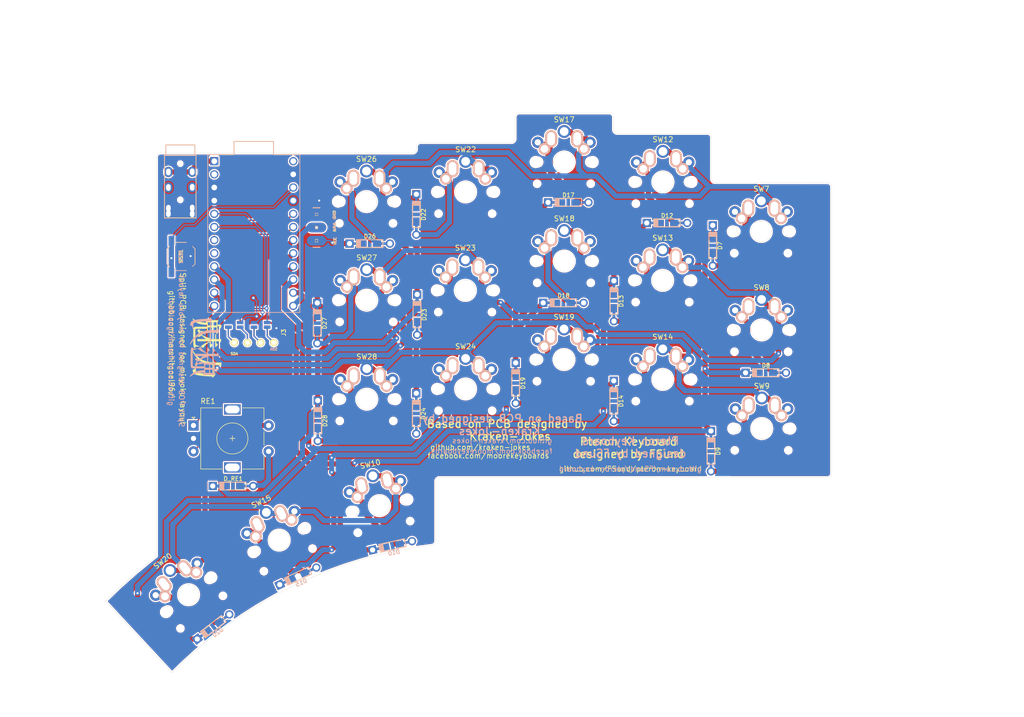
<source format=kicad_pcb>
(kicad_pcb (version 20171130) (host pcbnew "(5.1.7)-1")
  (layers (0 F.Cu signal) (31 B.Cu signal) (34 B.Paste user hide) (35 F.Paste user hide) (36 B.SilkS user) (37 F.SilkS user) (38 B.Mask user) (39 F.Mask user) (44 Edge.Cuts user))
  (net 0 "")
  (net 1 /Col1)
  (net 2 "Net-(D7-Pad2)")
  (net 3 "Net-(D8-Pad2)")
  (net 4 "Net-(D9-Pad2)")
  (net 5 "Net-(D10-Pad2)")
  (net 6 /Col2)
  (net 7 "Net-(D12-Pad2)")
  (net 8 "Net-(D13-Pad2)")
  (net 9 "Net-(D14-Pad2)")
  (net 10 "Net-(D15-Pad2)")
  (net 11 /Col3)
  (net 12 "Net-(D17-Pad2)")
  (net 13 "Net-(D18-Pad2)")
  (net 14 "Net-(D19-Pad2)")
  (net 15 "Net-(D20-Pad2)")
  (net 16 /Col4)
  (net 17 "Net-(D22-Pad2)")
  (net 18 "Net-(D23-Pad2)")
  (net 19 "Net-(D24-Pad2)")
  (net 20 /Col5)
  (net 21 "Net-(D26-Pad2)")
  (net 22 "Net-(D27-Pad2)")
  (net 23 "Net-(D28-Pad2)")
  (net 24 /Row1)
  (net 25 /Row2)
  (net 26 /Row3)
  (net 27 /Row4)
  (net 28 /Serial)
  (net 29 VCC)
  (net 30 GND)
  (net 31 "Net-(J3-Pad4)")
  (net 32 "Net-(J3-Pad3)")
  (net 33 "Net-(J3-Pad2)")
  (net 34 "Net-(J3-Pad1)")
  (net 35 SCL)
  (net 36 SDA)
  (net 37 /PWM)
  (net 38 "Net-(RST1-Pad1)")
  (net 39 "Net-(D_RE1-Pad2)")
  (net 40 /RotA)
  (net 41 /RotB)
  (module Universal-Switch-Footprint:MX-ALPs-PG1350-FLIP (layer F.Cu) (at 159.517991 83.524865)
    (fp_text reference SW19 (at 0 -8.2) (layer F.SilkS))
    (fp_text value SW_PUSH)
    (pad HOLE thru_hole circle (at 5.08 0) (size 1.7018 1.7018) (drill 1.7018) (layers *.Cu *.Mask F.SilkS))
    (pad HOLE thru_hole circle (at -5.08 0) (size 1.7018 1.7018) (drill 1.7018) (layers *.Cu *.Mask F.SilkS))
    (pad HOLE thru_hole circle (at 0 0) (size 3.9878 3.9878) (drill 3.9878) (layers *.Cu *.Mask F.SilkS))
    (pad 1 thru_hole oval (at 2.52 -4.5) (size 2.3 3.337) (drill oval 1.513 2.55) (layers *.Cu *.SilkS *.Mask) (net 26 /Row3))
    (pad 2 thru_hole oval (at -2.52 -4.5) (size 2.3 3.337) (drill oval 1.513 2.55) (layers *.Cu *.SilkS *.Mask) (net 14 "Net-(D19-Pad2)"))
    (pad 1 thru_hole circle (at 3.81 -2.54) (size 2.286 2.286) (drill 1.4986) (layers *.Cu *.SilkS *.Mask) (net 26 /Row3))
    (pad 2 thru_hole circle (at -3.81 -2.54) (size 2.286 2.286) (drill 1.4986) (layers *.Cu *.SilkS *.Mask) (net 14 "Net-(D19-Pad2)"))
    (pad "" np_thru_hole circle (at 5.12502 4.2 270) (size 1.2 1.2) (drill 1.2) (layers *.Cu *.Mask))
    (pad 2 thru_hole circle (at -5.09498 -3.8 270) (size 2.2 2.2) (drill 1.2) (layers *.Cu *.Mask) (net 14 "Net-(D19-Pad2)"))
    (pad "" np_thru_hole circle (at -5.22 4.2 270) (size 1.2 1.2) (drill 1.2) (layers *.Cu *.Mask))
    (pad 1 thru_hole circle (at 0 -5.9 270) (size 2.5 2.5) (drill 1.7) (layers *.Cu *.Mask) (net 26 /Row3))
    (pad 1 thru_hole circle (at 5 -3.8 270) (size 2.2 2.2) (drill 1.2) (layers *.Cu *.Mask) (net 26 /Row3))
    (pad "" np_thru_hole circle (at 5.5 0 270) (size 1.9 1.9) (drill 1.9) (layers *.Cu *.Mask))
    (pad "" np_thru_hole circle (at -5.5 0 270) (size 1.9 1.9) (drill 1.9) (layers *.Cu *.Mask))
    (pad "" np_thru_hole circle (at 0 0 270) (size 3.4 3.4) (drill 3.4) (layers *.Cu *.Mask))
  )
  (module Universal-Switch-Footprint:MX-ALPs-PG1350-FLIP (layer F.Cu) (at 197.593133 58.78649)
    (fp_text reference SW7 (at 0 -8.2) (layer F.SilkS))
    (fp_text value SW_PUSH)
    (pad HOLE thru_hole circle (at 5.08 0) (size 1.7018 1.7018) (drill 1.7018) (layers *.Cu *.Mask F.SilkS))
    (pad HOLE thru_hole circle (at -5.08 0) (size 1.7018 1.7018) (drill 1.7018) (layers *.Cu *.Mask F.SilkS))
    (pad HOLE thru_hole circle (at 0 0) (size 3.9878 3.9878) (drill 3.9878) (layers *.Cu *.Mask F.SilkS))
    (pad 1 thru_hole oval (at 2.52 -4.5) (size 2.3 3.337) (drill oval 1.513 2.55) (layers *.Cu *.SilkS *.Mask) (net 24 /Row1))
    (pad 2 thru_hole oval (at -2.52 -4.5) (size 2.3 3.337) (drill oval 1.513 2.55) (layers *.Cu *.SilkS *.Mask) (net 2 "Net-(D7-Pad2)"))
    (pad 1 thru_hole circle (at 3.81 -2.54) (size 2.286 2.286) (drill 1.4986) (layers *.Cu *.SilkS *.Mask) (net 24 /Row1))
    (pad 2 thru_hole circle (at -3.81 -2.54) (size 2.286 2.286) (drill 1.4986) (layers *.Cu *.SilkS *.Mask) (net 2 "Net-(D7-Pad2)"))
    (pad "" np_thru_hole circle (at 5.12502 4.2 270) (size 1.2 1.2) (drill 1.2) (layers *.Cu *.Mask))
    (pad 2 thru_hole circle (at -5.09498 -3.8 270) (size 2.2 2.2) (drill 1.2) (layers *.Cu *.Mask) (net 2 "Net-(D7-Pad2)"))
    (pad "" np_thru_hole circle (at -5.22 4.2 270) (size 1.2 1.2) (drill 1.2) (layers *.Cu *.Mask))
    (pad 1 thru_hole circle (at 0 -5.9 270) (size 2.5 2.5) (drill 1.7) (layers *.Cu *.Mask) (net 24 /Row1))
    (pad 1 thru_hole circle (at 5 -3.8 270) (size 2.2 2.2) (drill 1.2) (layers *.Cu *.Mask) (net 24 /Row1))
    (pad "" np_thru_hole circle (at 5.5 0 270) (size 1.9 1.9) (drill 1.9) (layers *.Cu *.Mask))
    (pad "" np_thru_hole circle (at -5.5 0 270) (size 1.9 1.9) (drill 1.9) (layers *.Cu *.Mask))
    (pad "" np_thru_hole circle (at 0 0 270) (size 3.4 3.4) (drill 3.4) (layers *.Cu *.Mask))
  )
  (module Universal-Switch-Footprint:MX-ALPs-PG1350-FLIP (layer F.Cu) (at 197.636781 77.821391)
    (fp_text reference SW8 (at 0 -8.2) (layer F.SilkS))
    (fp_text value SW_PUSH)
    (pad HOLE thru_hole circle (at 5.08 0) (size 1.7018 1.7018) (drill 1.7018) (layers *.Cu *.Mask F.SilkS))
    (pad HOLE thru_hole circle (at -5.08 0) (size 1.7018 1.7018) (drill 1.7018) (layers *.Cu *.Mask F.SilkS))
    (pad HOLE thru_hole circle (at 0 0) (size 3.9878 3.9878) (drill 3.9878) (layers *.Cu *.Mask F.SilkS))
    (pad 1 thru_hole oval (at 2.52 -4.5) (size 2.3 3.337) (drill oval 1.513 2.55) (layers *.Cu *.SilkS *.Mask) (net 25 /Row2))
    (pad 2 thru_hole oval (at -2.52 -4.5) (size 2.3 3.337) (drill oval 1.513 2.55) (layers *.Cu *.SilkS *.Mask) (net 3 "Net-(D8-Pad2)"))
    (pad 1 thru_hole circle (at 3.81 -2.54) (size 2.286 2.286) (drill 1.4986) (layers *.Cu *.SilkS *.Mask) (net 25 /Row2))
    (pad 2 thru_hole circle (at -3.81 -2.54) (size 2.286 2.286) (drill 1.4986) (layers *.Cu *.SilkS *.Mask) (net 3 "Net-(D8-Pad2)"))
    (pad "" np_thru_hole circle (at 5.12502 4.2 270) (size 1.2 1.2) (drill 1.2) (layers *.Cu *.Mask))
    (pad 2 thru_hole circle (at -5.09498 -3.8 270) (size 2.2 2.2) (drill 1.2) (layers *.Cu *.Mask) (net 3 "Net-(D8-Pad2)"))
    (pad "" np_thru_hole circle (at -5.22 4.2 270) (size 1.2 1.2) (drill 1.2) (layers *.Cu *.Mask))
    (pad 1 thru_hole circle (at 0 -5.9 270) (size 2.5 2.5) (drill 1.7) (layers *.Cu *.Mask) (net 25 /Row2))
    (pad 1 thru_hole circle (at 5 -3.8 270) (size 2.2 2.2) (drill 1.2) (layers *.Cu *.Mask) (net 25 /Row2))
    (pad "" np_thru_hole circle (at 5.5 0 270) (size 1.9 1.9) (drill 1.9) (layers *.Cu *.Mask))
    (pad "" np_thru_hole circle (at -5.5 0 270) (size 1.9 1.9) (drill 1.9) (layers *.Cu *.Mask))
    (pad "" np_thru_hole circle (at 0 0 270) (size 3.4 3.4) (drill 3.4) (layers *.Cu *.Mask))
  )
  (module Universal-Switch-Footprint:MX-ALPs-PG1350-FLIP (layer F.Cu) (at 197.680423 96.856291)
    (fp_text reference SW9 (at 0 -8.2) (layer F.SilkS))
    (fp_text value SW_PUSH)
    (pad HOLE thru_hole circle (at 5.08 0) (size 1.7018 1.7018) (drill 1.7018) (layers *.Cu *.Mask F.SilkS))
    (pad HOLE thru_hole circle (at -5.08 0) (size 1.7018 1.7018) (drill 1.7018) (layers *.Cu *.Mask F.SilkS))
    (pad HOLE thru_hole circle (at 0 0) (size 3.9878 3.9878) (drill 3.9878) (layers *.Cu *.Mask F.SilkS))
    (pad 1 thru_hole oval (at 2.52 -4.5) (size 2.3 3.337) (drill oval 1.513 2.55) (layers *.Cu *.SilkS *.Mask) (net 26 /Row3))
    (pad 2 thru_hole oval (at -2.52 -4.5) (size 2.3 3.337) (drill oval 1.513 2.55) (layers *.Cu *.SilkS *.Mask) (net 4 "Net-(D9-Pad2)"))
    (pad 1 thru_hole circle (at 3.81 -2.54) (size 2.286 2.286) (drill 1.4986) (layers *.Cu *.SilkS *.Mask) (net 26 /Row3))
    (pad 2 thru_hole circle (at -3.81 -2.54) (size 2.286 2.286) (drill 1.4986) (layers *.Cu *.SilkS *.Mask) (net 4 "Net-(D9-Pad2)"))
    (pad "" np_thru_hole circle (at 5.12502 4.2 270) (size 1.2 1.2) (drill 1.2) (layers *.Cu *.Mask))
    (pad 2 thru_hole circle (at -5.09498 -3.8 270) (size 2.2 2.2) (drill 1.2) (layers *.Cu *.Mask) (net 4 "Net-(D9-Pad2)"))
    (pad "" np_thru_hole circle (at -5.22 4.2 270) (size 1.2 1.2) (drill 1.2) (layers *.Cu *.Mask))
    (pad 1 thru_hole circle (at 0 -5.9 270) (size 2.5 2.5) (drill 1.7) (layers *.Cu *.Mask) (net 26 /Row3))
    (pad 1 thru_hole circle (at 5 -3.8 270) (size 2.2 2.2) (drill 1.2) (layers *.Cu *.Mask) (net 26 /Row3))
    (pad "" np_thru_hole circle (at 5.5 0 270) (size 1.9 1.9) (drill 1.9) (layers *.Cu *.Mask))
    (pad "" np_thru_hole circle (at -5.5 0 270) (size 1.9 1.9) (drill 1.9) (layers *.Cu *.Mask))
    (pad "" np_thru_hole circle (at 0 0 270) (size 3.4 3.4) (drill 3.4) (layers *.Cu *.Mask))
  )
  (module Universal-Switch-Footprint:MX-ALPs-PG1350-FLIP (layer F.Cu) (at 123.908629 111.738591 12.5)
    (fp_text reference SW10 (at 0 -8.2 12.5) (layer F.SilkS))
    (fp_text value SW_PUSH)
    (pad HOLE thru_hole circle (at 5.08 0 12.5) (size 1.7018 1.7018) (drill 1.7018) (layers *.Cu *.Mask F.SilkS))
    (pad HOLE thru_hole circle (at -5.08 0 12.5) (size 1.7018 1.7018) (drill 1.7018) (layers *.Cu *.Mask F.SilkS))
    (pad HOLE thru_hole circle (at 0 0 12.5) (size 3.9878 3.9878) (drill 3.9878) (layers *.Cu *.Mask F.SilkS))
    (pad 1 thru_hole oval (at 2.52 -4.5 12.5) (size 2.3 3.337) (drill oval 1.513 2.55) (layers *.Cu *.SilkS *.Mask) (net 27 /Row4))
    (pad 2 thru_hole oval (at -2.52 -4.5 12.5) (size 2.3 3.337) (drill oval 1.513 2.55) (layers *.Cu *.SilkS *.Mask) (net 5 "Net-(D10-Pad2)"))
    (pad 1 thru_hole circle (at 3.81 -2.54 12.5) (size 2.286 2.286) (drill 1.4986) (layers *.Cu *.SilkS *.Mask) (net 27 /Row4))
    (pad 2 thru_hole circle (at -3.81 -2.54 12.5) (size 2.286 2.286) (drill 1.4986) (layers *.Cu *.SilkS *.Mask) (net 5 "Net-(D10-Pad2)"))
    (pad "" np_thru_hole circle (at 5.12502 4.2 282.5) (size 1.2 1.2) (drill 1.2) (layers *.Cu *.Mask))
    (pad 2 thru_hole circle (at -5.09498 -3.8 282.5) (size 2.2 2.2) (drill 1.2) (layers *.Cu *.Mask) (net 5 "Net-(D10-Pad2)"))
    (pad "" np_thru_hole circle (at -5.22 4.2 282.5) (size 1.2 1.2) (drill 1.2) (layers *.Cu *.Mask))
    (pad 1 thru_hole circle (at 0 -5.9 282.5) (size 2.5 2.5) (drill 1.7) (layers *.Cu *.Mask) (net 27 /Row4))
    (pad 1 thru_hole circle (at 5 -3.8 282.5) (size 2.2 2.2) (drill 1.2) (layers *.Cu *.Mask) (net 27 /Row4))
    (pad "" np_thru_hole circle (at 5.5 0 282.5) (size 1.9 1.9) (drill 1.9) (layers *.Cu *.Mask))
    (pad "" np_thru_hole circle (at -5.5 0 282.5) (size 1.9 1.9) (drill 1.9) (layers *.Cu *.Mask))
    (pad "" np_thru_hole circle (at 0 0 282.5) (size 3.4 3.4) (drill 3.4) (layers *.Cu *.Mask))
  )
  (module Universal-Switch-Footprint:MX-ALPs-PG1350-FLIP (layer F.Cu) (at 178.60596 49.234275)
    (fp_text reference SW12 (at 0 -8.2) (layer F.SilkS))
    (fp_text value SW_PUSH)
    (pad HOLE thru_hole circle (at 5.08 0) (size 1.7018 1.7018) (drill 1.7018) (layers *.Cu *.Mask F.SilkS))
    (pad HOLE thru_hole circle (at -5.08 0) (size 1.7018 1.7018) (drill 1.7018) (layers *.Cu *.Mask F.SilkS))
    (pad HOLE thru_hole circle (at 0 0) (size 3.9878 3.9878) (drill 3.9878) (layers *.Cu *.Mask F.SilkS))
    (pad 1 thru_hole oval (at 2.52 -4.5) (size 2.3 3.337) (drill oval 1.513 2.55) (layers *.Cu *.SilkS *.Mask) (net 24 /Row1))
    (pad 2 thru_hole oval (at -2.52 -4.5) (size 2.3 3.337) (drill oval 1.513 2.55) (layers *.Cu *.SilkS *.Mask) (net 7 "Net-(D12-Pad2)"))
    (pad 1 thru_hole circle (at 3.81 -2.54) (size 2.286 2.286) (drill 1.4986) (layers *.Cu *.SilkS *.Mask) (net 24 /Row1))
    (pad 2 thru_hole circle (at -3.81 -2.54) (size 2.286 2.286) (drill 1.4986) (layers *.Cu *.SilkS *.Mask) (net 7 "Net-(D12-Pad2)"))
    (pad "" np_thru_hole circle (at 5.12502 4.2 270) (size 1.2 1.2) (drill 1.2) (layers *.Cu *.Mask))
    (pad 2 thru_hole circle (at -5.09498 -3.8 270) (size 2.2 2.2) (drill 1.2) (layers *.Cu *.Mask) (net 7 "Net-(D12-Pad2)"))
    (pad "" np_thru_hole circle (at -5.22 4.2 270) (size 1.2 1.2) (drill 1.2) (layers *.Cu *.Mask))
    (pad 1 thru_hole circle (at 0 -5.9 270) (size 2.5 2.5) (drill 1.7) (layers *.Cu *.Mask) (net 24 /Row1))
    (pad 1 thru_hole circle (at 5 -3.8 270) (size 2.2 2.2) (drill 1.2) (layers *.Cu *.Mask) (net 24 /Row1))
    (pad "" np_thru_hole circle (at 5.5 0 270) (size 1.9 1.9) (drill 1.9) (layers *.Cu *.Mask))
    (pad "" np_thru_hole circle (at -5.5 0 270) (size 1.9 1.9) (drill 1.9) (layers *.Cu *.Mask))
    (pad "" np_thru_hole circle (at 0 0 270) (size 3.4 3.4) (drill 3.4) (layers *.Cu *.Mask))
  )
  (module Universal-Switch-Footprint:MX-ALPs-PG1350-FLIP (layer F.Cu) (at 178.55905 68.244902)
    (fp_text reference SW13 (at 0 -8.2) (layer F.SilkS))
    (fp_text value SW_PUSH)
    (pad HOLE thru_hole circle (at 5.08 0) (size 1.7018 1.7018) (drill 1.7018) (layers *.Cu *.Mask F.SilkS))
    (pad HOLE thru_hole circle (at -5.08 0) (size 1.7018 1.7018) (drill 1.7018) (layers *.Cu *.Mask F.SilkS))
    (pad HOLE thru_hole circle (at 0 0) (size 3.9878 3.9878) (drill 3.9878) (layers *.Cu *.Mask F.SilkS))
    (pad 1 thru_hole oval (at 2.52 -4.5) (size 2.3 3.337) (drill oval 1.513 2.55) (layers *.Cu *.SilkS *.Mask) (net 25 /Row2))
    (pad 2 thru_hole oval (at -2.52 -4.5) (size 2.3 3.337) (drill oval 1.513 2.55) (layers *.Cu *.SilkS *.Mask) (net 8 "Net-(D13-Pad2)"))
    (pad 1 thru_hole circle (at 3.81 -2.54) (size 2.286 2.286) (drill 1.4986) (layers *.Cu *.SilkS *.Mask) (net 25 /Row2))
    (pad 2 thru_hole circle (at -3.81 -2.54) (size 2.286 2.286) (drill 1.4986) (layers *.Cu *.SilkS *.Mask) (net 8 "Net-(D13-Pad2)"))
    (pad "" np_thru_hole circle (at 5.12502 4.2 270) (size 1.2 1.2) (drill 1.2) (layers *.Cu *.Mask))
    (pad 2 thru_hole circle (at -5.09498 -3.8 270) (size 2.2 2.2) (drill 1.2) (layers *.Cu *.Mask) (net 8 "Net-(D13-Pad2)"))
    (pad "" np_thru_hole circle (at -5.22 4.2 270) (size 1.2 1.2) (drill 1.2) (layers *.Cu *.Mask))
    (pad 1 thru_hole circle (at 0 -5.9 270) (size 2.5 2.5) (drill 1.7) (layers *.Cu *.Mask) (net 25 /Row2))
    (pad 1 thru_hole circle (at 5 -3.8 270) (size 2.2 2.2) (drill 1.2) (layers *.Cu *.Mask) (net 25 /Row2))
    (pad "" np_thru_hole circle (at 5.5 0 270) (size 1.9 1.9) (drill 1.9) (layers *.Cu *.Mask))
    (pad "" np_thru_hole circle (at -5.5 0 270) (size 1.9 1.9) (drill 1.9) (layers *.Cu *.Mask))
    (pad "" np_thru_hole circle (at 0 0 270) (size 3.4 3.4) (drill 3.4) (layers *.Cu *.Mask))
  )
  (module Universal-Switch-Footprint:MX-ALPs-PG1350-FLIP (layer F.Cu) (at 178.578424 87.370348)
    (fp_text reference SW14 (at 0 -8.2) (layer F.SilkS))
    (fp_text value SW_PUSH)
    (pad HOLE thru_hole circle (at 5.08 0) (size 1.7018 1.7018) (drill 1.7018) (layers *.Cu *.Mask F.SilkS))
    (pad HOLE thru_hole circle (at -5.08 0) (size 1.7018 1.7018) (drill 1.7018) (layers *.Cu *.Mask F.SilkS))
    (pad HOLE thru_hole circle (at 0 0) (size 3.9878 3.9878) (drill 3.9878) (layers *.Cu *.Mask F.SilkS))
    (pad 1 thru_hole oval (at 2.52 -4.5) (size 2.3 3.337) (drill oval 1.513 2.55) (layers *.Cu *.SilkS *.Mask) (net 26 /Row3))
    (pad 2 thru_hole oval (at -2.52 -4.5) (size 2.3 3.337) (drill oval 1.513 2.55) (layers *.Cu *.SilkS *.Mask) (net 9 "Net-(D14-Pad2)"))
    (pad 1 thru_hole circle (at 3.81 -2.54) (size 2.286 2.286) (drill 1.4986) (layers *.Cu *.SilkS *.Mask) (net 26 /Row3))
    (pad 2 thru_hole circle (at -3.81 -2.54) (size 2.286 2.286) (drill 1.4986) (layers *.Cu *.SilkS *.Mask) (net 9 "Net-(D14-Pad2)"))
    (pad "" np_thru_hole circle (at 5.12502 4.2 270) (size 1.2 1.2) (drill 1.2) (layers *.Cu *.Mask))
    (pad 2 thru_hole circle (at -5.09498 -3.8 270) (size 2.2 2.2) (drill 1.2) (layers *.Cu *.Mask) (net 9 "Net-(D14-Pad2)"))
    (pad "" np_thru_hole circle (at -5.22 4.2 270) (size 1.2 1.2) (drill 1.2) (layers *.Cu *.Mask))
    (pad 1 thru_hole circle (at 0 -5.9 270) (size 2.5 2.5) (drill 1.7) (layers *.Cu *.Mask) (net 26 /Row3))
    (pad 1 thru_hole circle (at 5 -3.8 270) (size 2.2 2.2) (drill 1.2) (layers *.Cu *.Mask) (net 26 /Row3))
    (pad "" np_thru_hole circle (at 5.5 0 270) (size 1.9 1.9) (drill 1.9) (layers *.Cu *.Mask))
    (pad "" np_thru_hole circle (at -5.5 0 270) (size 1.9 1.9) (drill 1.9) (layers *.Cu *.Mask))
    (pad "" np_thru_hole circle (at 0 0 270) (size 3.4 3.4) (drill 3.4) (layers *.Cu *.Mask))
  )
  (module Universal-Switch-Footprint:MX-ALPs-PG1350-FLIP (layer F.Cu) (at 104.557841 118.39453 25)
    (fp_text reference SW15 (at 0 -8.2 25) (layer F.SilkS))
    (fp_text value SW_PUSH)
    (pad HOLE thru_hole circle (at 5.08 0 25) (size 1.7018 1.7018) (drill 1.7018) (layers *.Cu *.Mask F.SilkS))
    (pad HOLE thru_hole circle (at -5.08 0 25) (size 1.7018 1.7018) (drill 1.7018) (layers *.Cu *.Mask F.SilkS))
    (pad HOLE thru_hole circle (at 0 0 25) (size 3.9878 3.9878) (drill 3.9878) (layers *.Cu *.Mask F.SilkS))
    (pad 1 thru_hole oval (at 2.52 -4.5 25) (size 2.3 3.337) (drill oval 1.513 2.55) (layers *.Cu *.SilkS *.Mask) (net 27 /Row4))
    (pad 2 thru_hole oval (at -2.52 -4.5 25) (size 2.3 3.337) (drill oval 1.513 2.55) (layers *.Cu *.SilkS *.Mask) (net 10 "Net-(D15-Pad2)"))
    (pad 1 thru_hole circle (at 3.81 -2.54 25) (size 2.286 2.286) (drill 1.4986) (layers *.Cu *.SilkS *.Mask) (net 27 /Row4))
    (pad 2 thru_hole circle (at -3.81 -2.54 25) (size 2.286 2.286) (drill 1.4986) (layers *.Cu *.SilkS *.Mask) (net 10 "Net-(D15-Pad2)"))
    (pad "" np_thru_hole circle (at 5.12502 4.2 295) (size 1.2 1.2) (drill 1.2) (layers *.Cu *.Mask))
    (pad 2 thru_hole circle (at -5.09498 -3.8 295) (size 2.2 2.2) (drill 1.2) (layers *.Cu *.Mask) (net 10 "Net-(D15-Pad2)"))
    (pad "" np_thru_hole circle (at -5.22 4.2 295) (size 1.2 1.2) (drill 1.2) (layers *.Cu *.Mask))
    (pad 1 thru_hole circle (at 0 -5.9 295) (size 2.5 2.5) (drill 1.7) (layers *.Cu *.Mask) (net 27 /Row4))
    (pad 1 thru_hole circle (at 5 -3.8 295) (size 2.2 2.2) (drill 1.2) (layers *.Cu *.Mask) (net 27 /Row4))
    (pad "" np_thru_hole circle (at 5.5 0 295) (size 1.9 1.9) (drill 1.9) (layers *.Cu *.Mask))
    (pad "" np_thru_hole circle (at -5.5 0 295) (size 1.9 1.9) (drill 1.9) (layers *.Cu *.Mask))
    (pad "" np_thru_hole circle (at 0 0 295) (size 3.4 3.4) (drill 3.4) (layers *.Cu *.Mask))
  )
  (module Universal-Switch-Footprint:MX-ALPs-PG1350-FLIP (layer F.Cu) (at 159.545524 45.388787)
    (fp_text reference SW17 (at 0 -8.2) (layer F.SilkS))
    (fp_text value SW_PUSH)
    (pad HOLE thru_hole circle (at 5.08 0) (size 1.7018 1.7018) (drill 1.7018) (layers *.Cu *.Mask F.SilkS))
    (pad HOLE thru_hole circle (at -5.08 0) (size 1.7018 1.7018) (drill 1.7018) (layers *.Cu *.Mask F.SilkS))
    (pad HOLE thru_hole circle (at 0 0) (size 3.9878 3.9878) (drill 3.9878) (layers *.Cu *.Mask F.SilkS))
    (pad 1 thru_hole oval (at 2.52 -4.5) (size 2.3 3.337) (drill oval 1.513 2.55) (layers *.Cu *.SilkS *.Mask) (net 24 /Row1))
    (pad 2 thru_hole oval (at -2.52 -4.5) (size 2.3 3.337) (drill oval 1.513 2.55) (layers *.Cu *.SilkS *.Mask) (net 12 "Net-(D17-Pad2)"))
    (pad 1 thru_hole circle (at 3.81 -2.54) (size 2.286 2.286) (drill 1.4986) (layers *.Cu *.SilkS *.Mask) (net 24 /Row1))
    (pad 2 thru_hole circle (at -3.81 -2.54) (size 2.286 2.286) (drill 1.4986) (layers *.Cu *.SilkS *.Mask) (net 12 "Net-(D17-Pad2)"))
    (pad "" np_thru_hole circle (at 5.12502 4.2 270) (size 1.2 1.2) (drill 1.2) (layers *.Cu *.Mask))
    (pad 2 thru_hole circle (at -5.09498 -3.8 270) (size 2.2 2.2) (drill 1.2) (layers *.Cu *.Mask) (net 12 "Net-(D17-Pad2)"))
    (pad "" np_thru_hole circle (at -5.22 4.2 270) (size 1.2 1.2) (drill 1.2) (layers *.Cu *.Mask))
    (pad 1 thru_hole circle (at 0 -5.9 270) (size 2.5 2.5) (drill 1.7) (layers *.Cu *.Mask) (net 24 /Row1))
    (pad 1 thru_hole circle (at 5 -3.8 270) (size 2.2 2.2) (drill 1.2) (layers *.Cu *.Mask) (net 24 /Row1))
    (pad "" np_thru_hole circle (at 5.5 0 270) (size 1.9 1.9) (drill 1.9) (layers *.Cu *.Mask))
    (pad "" np_thru_hole circle (at -5.5 0 270) (size 1.9 1.9) (drill 1.9) (layers *.Cu *.Mask))
    (pad "" np_thru_hole circle (at 0 0 270) (size 3.4 3.4) (drill 3.4) (layers *.Cu *.Mask))
  )
  (module Universal-Switch-Footprint:MX-ALPs-PG1350-FLIP (layer F.Cu) (at 159.564908 64.514237)
    (fp_text reference SW18 (at 0 -8.2) (layer F.SilkS))
    (fp_text value SW_PUSH)
    (pad HOLE thru_hole circle (at 5.08 0) (size 1.7018 1.7018) (drill 1.7018) (layers *.Cu *.Mask F.SilkS))
    (pad HOLE thru_hole circle (at -5.08 0) (size 1.7018 1.7018) (drill 1.7018) (layers *.Cu *.Mask F.SilkS))
    (pad HOLE thru_hole circle (at 0 0) (size 3.9878 3.9878) (drill 3.9878) (layers *.Cu *.Mask F.SilkS))
    (pad 1 thru_hole oval (at 2.52 -4.5) (size 2.3 3.337) (drill oval 1.513 2.55) (layers *.Cu *.SilkS *.Mask) (net 25 /Row2))
    (pad 2 thru_hole oval (at -2.52 -4.5) (size 2.3 3.337) (drill oval 1.513 2.55) (layers *.Cu *.SilkS *.Mask) (net 13 "Net-(D18-Pad2)"))
    (pad 1 thru_hole circle (at 3.81 -2.54) (size 2.286 2.286) (drill 1.4986) (layers *.Cu *.SilkS *.Mask) (net 25 /Row2))
    (pad 2 thru_hole circle (at -3.81 -2.54) (size 2.286 2.286) (drill 1.4986) (layers *.Cu *.SilkS *.Mask) (net 13 "Net-(D18-Pad2)"))
    (pad "" np_thru_hole circle (at 5.12502 4.2 270) (size 1.2 1.2) (drill 1.2) (layers *.Cu *.Mask))
    (pad 2 thru_hole circle (at -5.09498 -3.8 270) (size 2.2 2.2) (drill 1.2) (layers *.Cu *.Mask) (net 13 "Net-(D18-Pad2)"))
    (pad "" np_thru_hole circle (at -5.22 4.2 270) (size 1.2 1.2) (drill 1.2) (layers *.Cu *.Mask))
    (pad 1 thru_hole circle (at 0 -5.9 270) (size 2.5 2.5) (drill 1.7) (layers *.Cu *.Mask) (net 25 /Row2))
    (pad 1 thru_hole circle (at 5 -3.8 270) (size 2.2 2.2) (drill 1.2) (layers *.Cu *.Mask) (net 25 /Row2))
    (pad "" np_thru_hole circle (at 5.5 0 270) (size 1.9 1.9) (drill 1.9) (layers *.Cu *.Mask))
    (pad "" np_thru_hole circle (at -5.5 0 270) (size 1.9 1.9) (drill 1.9) (layers *.Cu *.Mask))
    (pad "" np_thru_hole circle (at 0 0 270) (size 3.4 3.4) (drill 3.4) (layers *.Cu *.Mask))
  )
  (module Universal-Switch-Footprint:MX-ALPs-PG1350-FLIP (layer F.Cu) (at 87.074455 128.947849 37.5)
    (fp_text reference SW20 (at 0 -8.2 37.5) (layer F.SilkS))
    (fp_text value SW_PUSH)
    (pad HOLE thru_hole circle (at 5.08 0 37.5) (size 1.7018 1.7018) (drill 1.7018) (layers *.Cu *.Mask F.SilkS))
    (pad HOLE thru_hole circle (at -5.08 0 37.5) (size 1.7018 1.7018) (drill 1.7018) (layers *.Cu *.Mask F.SilkS))
    (pad HOLE thru_hole circle (at 0 0 37.5) (size 3.9878 3.9878) (drill 3.9878) (layers *.Cu *.Mask F.SilkS))
    (pad 1 thru_hole oval (at 2.52 -4.5 37.5) (size 2.3 3.337) (drill oval 1.513 2.55) (layers *.Cu *.SilkS *.Mask) (net 27 /Row4))
    (pad 2 thru_hole oval (at -2.52 -4.5 37.5) (size 2.3 3.337) (drill oval 1.513 2.55) (layers *.Cu *.SilkS *.Mask) (net 15 "Net-(D20-Pad2)"))
    (pad 1 thru_hole circle (at 3.81 -2.54 37.5) (size 2.286 2.286) (drill 1.4986) (layers *.Cu *.SilkS *.Mask) (net 27 /Row4))
    (pad 2 thru_hole circle (at -3.81 -2.54 37.5) (size 2.286 2.286) (drill 1.4986) (layers *.Cu *.SilkS *.Mask) (net 15 "Net-(D20-Pad2)"))
    (pad "" np_thru_hole circle (at 5.12502 4.2 307.5) (size 1.2 1.2) (drill 1.2) (layers *.Cu *.Mask))
    (pad 2 thru_hole circle (at -5.09498 -3.8 307.5) (size 2.2 2.2) (drill 1.2) (layers *.Cu *.Mask) (net 15 "Net-(D20-Pad2)"))
    (pad "" np_thru_hole circle (at -5.22 4.2 307.5) (size 1.2 1.2) (drill 1.2) (layers *.Cu *.Mask))
    (pad 1 thru_hole circle (at 0 -5.9 307.5) (size 2.5 2.5) (drill 1.7) (layers *.Cu *.Mask) (net 27 /Row4))
    (pad 1 thru_hole circle (at 5 -3.8 307.5) (size 2.2 2.2) (drill 1.2) (layers *.Cu *.Mask) (net 27 /Row4))
    (pad "" np_thru_hole circle (at 5.5 0 307.5) (size 1.9 1.9) (drill 1.9) (layers *.Cu *.Mask))
    (pad "" np_thru_hole circle (at -5.5 0 307.5) (size 1.9 1.9) (drill 1.9) (layers *.Cu *.Mask))
    (pad "" np_thru_hole circle (at 0 0 307.5) (size 3.4 3.4) (drill 3.4) (layers *.Cu *.Mask))
  )
  (module Universal-Switch-Footprint:MX-ALPs-PG1350-FLIP (layer F.Cu) (at 140.527926 51.163438)
    (fp_text reference SW22 (at 0 -8.2) (layer F.SilkS))
    (fp_text value SW_PUSH)
    (pad HOLE thru_hole circle (at 5.08 0) (size 1.7018 1.7018) (drill 1.7018) (layers *.Cu *.Mask F.SilkS))
    (pad HOLE thru_hole circle (at -5.08 0) (size 1.7018 1.7018) (drill 1.7018) (layers *.Cu *.Mask F.SilkS))
    (pad HOLE thru_hole circle (at 0 0) (size 3.9878 3.9878) (drill 3.9878) (layers *.Cu *.Mask F.SilkS))
    (pad 1 thru_hole oval (at 2.52 -4.5) (size 2.3 3.337) (drill oval 1.513 2.55) (layers *.Cu *.SilkS *.Mask) (net 24 /Row1))
    (pad 2 thru_hole oval (at -2.52 -4.5) (size 2.3 3.337) (drill oval 1.513 2.55) (layers *.Cu *.SilkS *.Mask) (net 17 "Net-(D22-Pad2)"))
    (pad 1 thru_hole circle (at 3.81 -2.54) (size 2.286 2.286) (drill 1.4986) (layers *.Cu *.SilkS *.Mask) (net 24 /Row1))
    (pad 2 thru_hole circle (at -3.81 -2.54) (size 2.286 2.286) (drill 1.4986) (layers *.Cu *.SilkS *.Mask) (net 17 "Net-(D22-Pad2)"))
    (pad "" np_thru_hole circle (at 5.12502 4.2 270) (size 1.2 1.2) (drill 1.2) (layers *.Cu *.Mask))
    (pad 2 thru_hole circle (at -5.09498 -3.8 270) (size 2.2 2.2) (drill 1.2) (layers *.Cu *.Mask) (net 17 "Net-(D22-Pad2)"))
    (pad "" np_thru_hole circle (at -5.22 4.2 270) (size 1.2 1.2) (drill 1.2) (layers *.Cu *.Mask))
    (pad 1 thru_hole circle (at 0 -5.9 270) (size 2.5 2.5) (drill 1.7) (layers *.Cu *.Mask) (net 24 /Row1))
    (pad 1 thru_hole circle (at 5 -3.8 270) (size 2.2 2.2) (drill 1.2) (layers *.Cu *.Mask) (net 24 /Row1))
    (pad "" np_thru_hole circle (at 5.5 0 270) (size 1.9 1.9) (drill 1.9) (layers *.Cu *.Mask))
    (pad "" np_thru_hole circle (at -5.5 0 270) (size 1.9 1.9) (drill 1.9) (layers *.Cu *.Mask))
    (pad "" np_thru_hole circle (at 0 0 270) (size 3.4 3.4) (drill 3.4) (layers *.Cu *.Mask))
  )
  (module Universal-Switch-Footprint:MX-ALPs-PG1350-FLIP (layer F.Cu) (at 140.481015 70.174064)
    (fp_text reference SW23 (at 0 -8.2) (layer F.SilkS))
    (fp_text value SW_PUSH)
    (pad HOLE thru_hole circle (at 5.08 0) (size 1.7018 1.7018) (drill 1.7018) (layers *.Cu *.Mask F.SilkS))
    (pad HOLE thru_hole circle (at -5.08 0) (size 1.7018 1.7018) (drill 1.7018) (layers *.Cu *.Mask F.SilkS))
    (pad HOLE thru_hole circle (at 0 0) (size 3.9878 3.9878) (drill 3.9878) (layers *.Cu *.Mask F.SilkS))
    (pad 1 thru_hole oval (at 2.52 -4.5) (size 2.3 3.337) (drill oval 1.513 2.55) (layers *.Cu *.SilkS *.Mask) (net 25 /Row2))
    (pad 2 thru_hole oval (at -2.52 -4.5) (size 2.3 3.337) (drill oval 1.513 2.55) (layers *.Cu *.SilkS *.Mask) (net 18 "Net-(D23-Pad2)"))
    (pad 1 thru_hole circle (at 3.81 -2.54) (size 2.286 2.286) (drill 1.4986) (layers *.Cu *.SilkS *.Mask) (net 25 /Row2))
    (pad 2 thru_hole circle (at -3.81 -2.54) (size 2.286 2.286) (drill 1.4986) (layers *.Cu *.SilkS *.Mask) (net 18 "Net-(D23-Pad2)"))
    (pad "" np_thru_hole circle (at 5.12502 4.2 270) (size 1.2 1.2) (drill 1.2) (layers *.Cu *.Mask))
    (pad 2 thru_hole circle (at -5.09498 -3.8 270) (size 2.2 2.2) (drill 1.2) (layers *.Cu *.Mask) (net 18 "Net-(D23-Pad2)"))
    (pad "" np_thru_hole circle (at -5.22 4.2 270) (size 1.2 1.2) (drill 1.2) (layers *.Cu *.Mask))
    (pad 1 thru_hole circle (at 0 -5.9 270) (size 2.5 2.5) (drill 1.7) (layers *.Cu *.Mask) (net 25 /Row2))
    (pad 1 thru_hole circle (at 5 -3.8 270) (size 2.2 2.2) (drill 1.2) (layers *.Cu *.Mask) (net 25 /Row2))
    (pad "" np_thru_hole circle (at 5.5 0 270) (size 1.9 1.9) (drill 1.9) (layers *.Cu *.Mask))
    (pad "" np_thru_hole circle (at -5.5 0 270) (size 1.9 1.9) (drill 1.9) (layers *.Cu *.Mask))
    (pad "" np_thru_hole circle (at 0 0 270) (size 3.4 3.4) (drill 3.4) (layers *.Cu *.Mask))
  )
  (module Universal-Switch-Footprint:MX-ALPs-PG1350-FLIP (layer F.Cu) (at 140.524659 89.20896)
    (fp_text reference SW24 (at 0 -8.2) (layer F.SilkS))
    (fp_text value SW_PUSH)
    (pad HOLE thru_hole circle (at 5.08 0) (size 1.7018 1.7018) (drill 1.7018) (layers *.Cu *.Mask F.SilkS))
    (pad HOLE thru_hole circle (at -5.08 0) (size 1.7018 1.7018) (drill 1.7018) (layers *.Cu *.Mask F.SilkS))
    (pad HOLE thru_hole circle (at 0 0) (size 3.9878 3.9878) (drill 3.9878) (layers *.Cu *.Mask F.SilkS))
    (pad 1 thru_hole oval (at 2.52 -4.5) (size 2.3 3.337) (drill oval 1.513 2.55) (layers *.Cu *.SilkS *.Mask) (net 26 /Row3))
    (pad 2 thru_hole oval (at -2.52 -4.5) (size 2.3 3.337) (drill oval 1.513 2.55) (layers *.Cu *.SilkS *.Mask) (net 19 "Net-(D24-Pad2)"))
    (pad 1 thru_hole circle (at 3.81 -2.54) (size 2.286 2.286) (drill 1.4986) (layers *.Cu *.SilkS *.Mask) (net 26 /Row3))
    (pad 2 thru_hole circle (at -3.81 -2.54) (size 2.286 2.286) (drill 1.4986) (layers *.Cu *.SilkS *.Mask) (net 19 "Net-(D24-Pad2)"))
    (pad "" np_thru_hole circle (at 5.12502 4.2 270) (size 1.2 1.2) (drill 1.2) (layers *.Cu *.Mask))
    (pad 2 thru_hole circle (at -5.09498 -3.8 270) (size 2.2 2.2) (drill 1.2) (layers *.Cu *.Mask) (net 19 "Net-(D24-Pad2)"))
    (pad "" np_thru_hole circle (at -5.22 4.2 270) (size 1.2 1.2) (drill 1.2) (layers *.Cu *.Mask))
    (pad 1 thru_hole circle (at 0 -5.9 270) (size 2.5 2.5) (drill 1.7) (layers *.Cu *.Mask) (net 26 /Row3))
    (pad 1 thru_hole circle (at 5 -3.8 270) (size 2.2 2.2) (drill 1.2) (layers *.Cu *.Mask) (net 26 /Row3))
    (pad "" np_thru_hole circle (at 5.5 0 270) (size 1.9 1.9) (drill 1.9) (layers *.Cu *.Mask))
    (pad "" np_thru_hole circle (at -5.5 0 270) (size 1.9 1.9) (drill 1.9) (layers *.Cu *.Mask))
    (pad "" np_thru_hole circle (at 0 0 270) (size 3.4 3.4) (drill 3.4) (layers *.Cu *.Mask))
  )
  (module Universal-Switch-Footprint:MX-ALPs-PG1350-FLIP (layer F.Cu) (at 121.394232 53.02469)
    (fp_text reference SW26 (at 0 -8.2) (layer F.SilkS))
    (fp_text value SW_PUSH)
    (pad HOLE thru_hole circle (at 5.08 0) (size 1.7018 1.7018) (drill 1.7018) (layers *.Cu *.Mask F.SilkS))
    (pad HOLE thru_hole circle (at -5.08 0) (size 1.7018 1.7018) (drill 1.7018) (layers *.Cu *.Mask F.SilkS))
    (pad HOLE thru_hole circle (at 0 0) (size 3.9878 3.9878) (drill 3.9878) (layers *.Cu *.Mask F.SilkS))
    (pad 1 thru_hole oval (at 2.52 -4.5) (size 2.3 3.337) (drill oval 1.513 2.55) (layers *.Cu *.SilkS *.Mask) (net 24 /Row1))
    (pad 2 thru_hole oval (at -2.52 -4.5) (size 2.3 3.337) (drill oval 1.513 2.55) (layers *.Cu *.SilkS *.Mask) (net 21 "Net-(D26-Pad2)"))
    (pad 1 thru_hole circle (at 3.81 -2.54) (size 2.286 2.286) (drill 1.4986) (layers *.Cu *.SilkS *.Mask) (net 24 /Row1))
    (pad 2 thru_hole circle (at -3.81 -2.54) (size 2.286 2.286) (drill 1.4986) (layers *.Cu *.SilkS *.Mask) (net 21 "Net-(D26-Pad2)"))
    (pad "" np_thru_hole circle (at 5.12502 4.2 270) (size 1.2 1.2) (drill 1.2) (layers *.Cu *.Mask))
    (pad 2 thru_hole circle (at -5.09498 -3.8 270) (size 2.2 2.2) (drill 1.2) (layers *.Cu *.Mask) (net 21 "Net-(D26-Pad2)"))
    (pad "" np_thru_hole circle (at -5.22 4.2 270) (size 1.2 1.2) (drill 1.2) (layers *.Cu *.Mask))
    (pad 1 thru_hole circle (at 0 -5.9 270) (size 2.5 2.5) (drill 1.7) (layers *.Cu *.Mask) (net 24 /Row1))
    (pad 1 thru_hole circle (at 5 -3.8 270) (size 2.2 2.2) (drill 1.2) (layers *.Cu *.Mask) (net 24 /Row1))
    (pad "" np_thru_hole circle (at 5.5 0 270) (size 1.9 1.9) (drill 1.9) (layers *.Cu *.Mask))
    (pad "" np_thru_hole circle (at -5.5 0 270) (size 1.9 1.9) (drill 1.9) (layers *.Cu *.Mask))
    (pad "" np_thru_hole circle (at 0 0 270) (size 3.4 3.4) (drill 3.4) (layers *.Cu *.Mask))
  )
  (module Universal-Switch-Footprint:MX-ALPs-PG1350-FLIP (layer F.Cu) (at 121.437875 72.059585)
    (fp_text reference SW27 (at 0 -8.2) (layer F.SilkS))
    (fp_text value SW_PUSH)
    (pad HOLE thru_hole circle (at 5.08 0) (size 1.7018 1.7018) (drill 1.7018) (layers *.Cu *.Mask F.SilkS))
    (pad HOLE thru_hole circle (at -5.08 0) (size 1.7018 1.7018) (drill 1.7018) (layers *.Cu *.Mask F.SilkS))
    (pad HOLE thru_hole circle (at 0 0) (size 3.9878 3.9878) (drill 3.9878) (layers *.Cu *.Mask F.SilkS))
    (pad 1 thru_hole oval (at 2.52 -4.5) (size 2.3 3.337) (drill oval 1.513 2.55) (layers *.Cu *.SilkS *.Mask) (net 25 /Row2))
    (pad 2 thru_hole oval (at -2.52 -4.5) (size 2.3 3.337) (drill oval 1.513 2.55) (layers *.Cu *.SilkS *.Mask) (net 22 "Net-(D27-Pad2)"))
    (pad 1 thru_hole circle (at 3.81 -2.54) (size 2.286 2.286) (drill 1.4986) (layers *.Cu *.SilkS *.Mask) (net 25 /Row2))
    (pad 2 thru_hole circle (at -3.81 -2.54) (size 2.286 2.286) (drill 1.4986) (layers *.Cu *.SilkS *.Mask) (net 22 "Net-(D27-Pad2)"))
    (pad "" np_thru_hole circle (at 5.12502 4.2 270) (size 1.2 1.2) (drill 1.2) (layers *.Cu *.Mask))
    (pad 2 thru_hole circle (at -5.09498 -3.8 270) (size 2.2 2.2) (drill 1.2) (layers *.Cu *.Mask) (net 22 "Net-(D27-Pad2)"))
    (pad "" np_thru_hole circle (at -5.22 4.2 270) (size 1.2 1.2) (drill 1.2) (layers *.Cu *.Mask))
    (pad 1 thru_hole circle (at 0 -5.9 270) (size 2.5 2.5) (drill 1.7) (layers *.Cu *.Mask) (net 25 /Row2))
    (pad 1 thru_hole circle (at 5 -3.8 270) (size 2.2 2.2) (drill 1.2) (layers *.Cu *.Mask) (net 25 /Row2))
    (pad "" np_thru_hole circle (at 5.5 0 270) (size 1.9 1.9) (drill 1.9) (layers *.Cu *.Mask))
    (pad "" np_thru_hole circle (at -5.5 0 270) (size 1.9 1.9) (drill 1.9) (layers *.Cu *.Mask))
    (pad "" np_thru_hole circle (at 0 0 270) (size 3.4 3.4) (drill 3.4) (layers *.Cu *.Mask))
  )
  (module Universal-Switch-Footprint:MX-ALPs-PG1350-FLIP (layer F.Cu) (at 121.457254 91.185035)
    (fp_text reference SW28 (at 0 -8.2) (layer F.SilkS))
    (fp_text value SW_PUSH)
    (pad HOLE thru_hole circle (at 5.08 0) (size 1.7018 1.7018) (drill 1.7018) (layers *.Cu *.Mask F.SilkS))
    (pad HOLE thru_hole circle (at -5.08 0) (size 1.7018 1.7018) (drill 1.7018) (layers *.Cu *.Mask F.SilkS))
    (pad HOLE thru_hole circle (at 0 0) (size 3.9878 3.9878) (drill 3.9878) (layers *.Cu *.Mask F.SilkS))
    (pad 1 thru_hole oval (at 2.52 -4.5) (size 2.3 3.337) (drill oval 1.513 2.55) (layers *.Cu *.SilkS *.Mask) (net 26 /Row3))
    (pad 2 thru_hole oval (at -2.52 -4.5) (size 2.3 3.337) (drill oval 1.513 2.55) (layers *.Cu *.SilkS *.Mask) (net 23 "Net-(D28-Pad2)"))
    (pad 1 thru_hole circle (at 3.81 -2.54) (size 2.286 2.286) (drill 1.4986) (layers *.Cu *.SilkS *.Mask) (net 26 /Row3))
    (pad 2 thru_hole circle (at -3.81 -2.54) (size 2.286 2.286) (drill 1.4986) (layers *.Cu *.SilkS *.Mask) (net 23 "Net-(D28-Pad2)"))
    (pad "" np_thru_hole circle (at 5.12502 4.2 270) (size 1.2 1.2) (drill 1.2) (layers *.Cu *.Mask))
    (pad 2 thru_hole circle (at -5.09498 -3.8 270) (size 2.2 2.2) (drill 1.2) (layers *.Cu *.Mask) (net 23 "Net-(D28-Pad2)"))
    (pad "" np_thru_hole circle (at -5.22 4.2 270) (size 1.2 1.2) (drill 1.2) (layers *.Cu *.Mask))
    (pad 1 thru_hole circle (at 0 -5.9 270) (size 2.5 2.5) (drill 1.7) (layers *.Cu *.Mask) (net 26 /Row3))
    (pad 1 thru_hole circle (at 5 -3.8 270) (size 2.2 2.2) (drill 1.2) (layers *.Cu *.Mask) (net 26 /Row3))
    (pad "" np_thru_hole circle (at 5.5 0 270) (size 1.9 1.9) (drill 1.9) (layers *.Cu *.Mask))
    (pad "" np_thru_hole circle (at -5.5 0 270) (size 1.9 1.9) (drill 1.9) (layers *.Cu *.Mask))
    (pad "" np_thru_hole circle (at 0 0 270) (size 3.4 3.4) (drill 3.4) (layers *.Cu *.Mask))
  )
  (module Keebio-Parts:TRRS-PJ-320A (layer B.Cu) (at 85.471 44.105 180)
    (fp_text reference J2)
    (fp_text value AudioJack4)
    (pad 3 thru_hole oval (at 2.3 -6.2 180) (size 1.6 2) (drill oval 0.9 1.3) (layers *.Cu *.Mask) (net 29 VCC))
    (pad "" np_thru_hole circle (at 0 -1.6 180) (size 0.8 0.8) (drill 0.8) (layers *.Cu *.Mask))
    (pad "" np_thru_hole circle (at 0 -8.6 180) (size 0.8 0.8) (drill 0.8) (layers *.Cu *.Mask))
    (pad 4 thru_hole oval (at 2.3 -3.2 180) (size 1.6 2) (drill oval 0.9 1.3) (layers *.Cu *.Mask) (net 28 /Serial))
    (pad 2 thru_hole oval (at 2.3 -10.2 180) (size 1.6 2) (drill oval 0.9 1.3) (layers *.Cu *.Mask) (net 30 GND))
    (pad 1 thru_hole oval (at -2.3 -11.3 180) (size 1.6 2) (drill oval 0.9 1.3) (layers *.Cu *.Mask) (net 30 GND))
  )
  (module promicro:ProMicro (layer F.Cu) (at 99.6442 59.1947 270)
    (fp_text reference U1 hide)
    (fp_text value ProMicro)
    (pad 24 thru_hole circle (at -13.97 -7.62 270) (size 1.6 1.6) (drill 1.1) (layers *.Cu *.Mask))
    (pad 23 thru_hole circle (at -11.43 -7.62 270) (size 1.6 1.6) (drill 1.1) (layers *.Cu *.Mask) (net 30 GND))
    (pad 22 thru_hole circle (at -8.89 -7.62 270) (size 1.6 1.6) (drill 1.1) (layers *.Cu *.Mask) (net 38 "Net-(RST1-Pad1)"))
    (pad 21 thru_hole circle (at -6.35 -7.62 270) (size 1.6 1.6) (drill 1.1) (layers *.Cu *.Mask) (net 29 VCC))
    (pad 20 thru_hole circle (at -3.81 -7.62 270) (size 1.6 1.6) (drill 1.1) (layers *.Cu *.Mask) (net 40 /RotA))
    (pad 19 thru_hole circle (at -1.27 -7.62 270) (size 1.6 1.6) (drill 1.1) (layers *.Cu *.Mask) (net 41 /RotB))
    (pad 18 thru_hole circle (at 1.27 -7.62 270) (size 1.6 1.6) (drill 1.1) (layers *.Cu *.Mask) (net 1 /Col1))
    (pad 17 thru_hole circle (at 3.81 -7.62 270) (size 1.6 1.6) (drill 1.1) (layers *.Cu *.Mask) (net 6 /Col2))
    (pad 16 thru_hole circle (at 6.35 -7.62 270) (size 1.6 1.6) (drill 1.1) (layers *.Cu *.Mask) (net 11 /Col3))
    (pad 15 thru_hole circle (at 8.89 -7.62 270) (size 1.6 1.6) (drill 1.1) (layers *.Cu *.Mask) (net 16 /Col4))
    (pad 14 thru_hole circle (at 11.43 -7.62 270) (size 1.6 1.6) (drill 1.1) (layers *.Cu *.Mask) (net 20 /Col5))
    (pad 13 thru_hole circle (at 13.97 -7.62 270) (size 1.6 1.6) (drill 1.1) (layers *.Cu *.Mask) (net 37 /PWM))
    (pad 12 thru_hole circle (at 13.97 7.62 270) (size 1.6 1.6) (drill 1.1) (layers *.Cu *.Mask) (net 27 /Row4))
    (pad 11 thru_hole circle (at 11.43 7.62 270) (size 1.6 1.6) (drill 1.1) (layers *.Cu *.Mask) (net 26 /Row3))
    (pad 10 thru_hole circle (at 8.89 7.62 270) (size 1.6 1.6) (drill 1.1) (layers *.Cu *.Mask) (net 24 /Row1))
    (pad 9 thru_hole circle (at 6.35 7.62 270) (size 1.6 1.6) (drill 1.1) (layers *.Cu *.Mask) (net 25 /Row2))
    (pad 8 thru_hole circle (at 3.81 7.62 270) (size 1.6 1.6) (drill 1.1) (layers *.Cu *.Mask))
    (pad 7 thru_hole circle (at 1.27 7.62 270) (size 1.6 1.6) (drill 1.1) (layers *.Cu *.Mask))
    (pad 6 thru_hole circle (at -1.27 7.62 270) (size 1.6 1.6) (drill 1.1) (layers *.Cu *.Mask) (net 35 SCL))
    (pad 5 thru_hole circle (at -3.81 7.62 270) (size 1.6 1.6) (drill 1.1) (layers *.Cu *.Mask) (net 36 SDA))
    (pad 4 thru_hole circle (at -6.35 7.62 270) (size 1.6 1.6) (drill 1.1) (layers *.Cu *.Mask) (net 30 GND))
    (pad 3 thru_hole circle (at -8.89 7.62 270) (size 1.6 1.6) (drill 1.1) (layers *.Cu *.Mask) (net 30 GND))
    (pad 2 thru_hole circle (at -11.43 7.62 270) (size 1.6 1.6) (drill 1.1) (layers *.Cu *.Mask))
    (pad 1 thru_hole rect (at -13.97 7.62 270) (size 1.6 1.6) (drill 1.1) (layers *.Cu *.Mask) (net 28 /Serial))
  )
  (module Rotary_Encoder:RotaryEncoder_Alps_EC11E-Switch_Vertical_H20mm (layer F.Cu) (at 88.011 96.266)
    (fp_text reference RE1 (at 2.8 -4.7) (layer F.SilkS))
    (fp_text value Rotary_Encoder_Switch)
    (pad A thru_hole rect (at 0 0) (size 2 2) (drill 1) (layers *.Cu *.Mask) (net 40 /RotA))
    (pad C thru_hole circle (at 0 2.5) (size 2 2) (drill 1) (layers *.Cu *.Mask) (net 30 GND))
    (pad B thru_hole circle (at 0 5) (size 2 2) (drill 1) (layers *.Cu *.Mask) (net 41 /RotB))
    (pad MP thru_hole rect (at 7.5 -3.1) (size 3.2 2) (drill oval 2.8 1.5) (layers *.Cu *.Mask))
    (pad MP thru_hole rect (at 7.5 8.1) (size 3.2 2) (drill oval 2.8 1.5) (layers *.Cu *.Mask))
    (pad S2 thru_hole circle (at 14.5 0) (size 2 2) (drill 1) (layers *.Cu *.Mask) (net 27 /Row4))
    (pad S1 thru_hole circle (at 14.5 5) (size 2 2) (drill 1) (layers *.Cu *.Mask) (net 39 "Net-(D_RE1-Pad2)"))
  )
  (module Keebio-Parts:Diode-dual (layer F.Cu) (at 95.631 107.95 180)
    (fp_text reference D_RE1 (at -0.0254 1.4) (layer F.SilkS) (effects (font (size 0.8 0.8))))
    (fp_text value 1N4148 hide)
    (pad 1 smd rect (at 2.5 0 180) (size 2.9 0.5) (layers F.Cu) (net 20 /Col5))
    (pad 2 smd rect (at -2.5 0 180) (size 2.9 0.5) (layers F.Cu) (net 39 "Net-(D_RE1-Pad2)"))
    (pad 1 thru_hole rect (at 3.9 0 180) (size 1.6 1.6) (drill 1) (layers *.Cu *.Mask) (net 20 /Col5))
    (pad 2 thru_hole circle (at -3.9 0 180) (size 1.6 1.6) (drill 1) (layers *.Cu *.Mask) (net 39 "Net-(D_RE1-Pad2)"))
    (pad 2 smd rect (at -1.4 0 180) (size 1.6 1.2) (layers F.Cu F.Paste F.Mask) (net 39 "Net-(D_RE1-Pad2)"))
    (pad 1 smd rect (at 1.4 0 180) (size 1.6 1.2) (layers F.Cu F.Paste F.Mask) (net 20 /Col5))
    (pad 1 smd rect (at 2.5 0 180) (size 2.9 0.5) (layers B.Cu) (net 20 /Col5))
    (pad 1 smd rect (at 1.4 0 180) (size 1.6 1.2) (layers B.Cu B.Paste B.Mask) (net 20 /Col5))
    (pad 2 smd rect (at -1.4 0 180) (size 1.6 1.2) (layers B.Cu B.Paste B.Mask) (net 39 "Net-(D_RE1-Pad2)"))
    (pad 2 smd rect (at -2.5 0 180) (size 2.9 0.5) (layers B.Cu) (net 39 "Net-(D_RE1-Pad2)"))
  )
  (module personal-logo:miryoku-kicad-small (layer B.Cu) (at 90.043 81.153 90)
    (fp_text reference LOGO1 hide)
    (fp_text value LOGO-OTL hide)
  )
  (module personal-logo:miryoku-kicad-small (layer F.Cu) (at 90.551 81.28 270)
    (fp_text reference LOGO2 hide)
    (fp_text value LOGO-OTL hide)
  )
  (module acheron_Hardware:smdPushBtn (layer B.Cu) (at 85.598 63.627 270)
    (fp_text reference RST2 (at 0.1 0 90) (layer B.SilkS) (effects (font (size 0.7 0.7)) (justify mirror)))
    (fp_text value SW_PUSH)
    (pad 2 smd rect (at 3.1 -1.85 270) (size 1.8 1.1) (layers B.Cu B.Paste B.Mask) (net 30 GND))
    (pad 2 smd rect (at -3.1 -1.85 270) (size 1.8 1.1) (layers B.Cu B.Paste B.Mask) (net 30 GND))
    (pad 1 smd rect (at 3.1 1.85 270) (size 1.8 1.1) (layers B.Cu B.Paste B.Mask) (net 38 "Net-(RST1-Pad1)"))
    (pad 1 smd rect (at -3.1 1.85 270) (size 1.8 1.1) (layers B.Cu B.Paste B.Mask) (net 38 "Net-(RST1-Pad1)"))
  )
  (module SparkFun-Connectors:1X03_LONGPADS (layer F.Cu) (at 111.76 55.499 270)
    (fp_text reference PWM_PAD2 hide)
    (fp_text value Conn_01x03 hide)
    (pad 3 smd oval (at 5.08 0 90) (size 1.8796 3.7592) (layers F.Cu F.Paste F.Mask) (net 29 VCC))
    (pad 2 smd oval (at 2.54 0 90) (size 1.8796 3.7592) (layers F.Cu F.Paste F.Mask) (net 37 /PWM))
    (pad 1 smd oval (at 0 0 90) (size 1.8796 3.7592) (layers F.Cu F.Paste F.Mask) (net 30 GND))
  )
  (module acheron_Hardware:smdPushBtn (layer F.Cu) (at 85.598 63.627 90)
    (fp_text reference RST1 (at 0.1 0 90) (layer F.SilkS) (effects (font (size 0.7 0.7))))
    (fp_text value SW_PUSH)
    (pad 2 smd rect (at 3.1 1.85 90) (size 1.8 1.1) (layers F.Cu F.Paste F.Mask) (net 30 GND))
    (pad 2 smd rect (at -3.1 1.85 90) (size 1.8 1.1) (layers F.Cu F.Paste F.Mask) (net 30 GND))
    (pad 1 smd rect (at 3.1 -1.85 90) (size 1.8 1.1) (layers F.Cu F.Paste F.Mask) (net 38 "Net-(RST1-Pad1)"))
    (pad 1 smd rect (at -3.1 -1.85 90) (size 1.8 1.1) (layers F.Cu F.Paste F.Mask) (net 38 "Net-(RST1-Pad1)"))
  )
  (module SparkFun-Connectors:1X03_LONGPADS (layer B.Cu) (at 111.76 55.499 270)
    (fp_text reference PWM_PAD1 hide)
    (fp_text value Conn_01x03 hide)
    (pad 3 smd oval (at 5.08 0 90) (size 1.8796 3.7592) (layers B.Cu B.Paste B.Mask) (net 29 VCC))
    (pad 2 smd oval (at 2.54 0 90) (size 1.8796 3.7592) (layers B.Cu B.Paste B.Mask) (net 37 /PWM))
    (pad 1 smd oval (at 0 0 90) (size 1.8796 3.7592) (layers B.Cu B.Paste B.Mask) (net 30 GND))
  )
  (module Keebio-Parts:TRRS-PJ-320A (layer F.Cu) (at 85.471 44.069)
    (fp_text reference J1)
    (fp_text value AudioJack4)
    (pad 3 thru_hole oval (at 2.3 6.2) (size 1.6 2) (drill oval 0.9 1.3) (layers *.Cu *.Mask) (net 29 VCC))
    (pad "" np_thru_hole circle (at 0 1.6) (size 0.8 0.8) (drill 0.8) (layers *.Cu *.Mask))
    (pad "" np_thru_hole circle (at 0 8.6) (size 0.8 0.8) (drill 0.8) (layers *.Cu *.Mask))
    (pad 4 thru_hole oval (at 2.3 3.2) (size 1.6 2) (drill oval 0.9 1.3) (layers *.Cu *.Mask) (net 28 /Serial))
    (pad 2 thru_hole oval (at 2.3 10.2) (size 1.6 2) (drill oval 0.9 1.3) (layers *.Cu *.Mask) (net 30 GND))
    (pad 1 thru_hole oval (at -2.3 11.3) (size 1.6 2) (drill oval 0.9 1.3) (layers *.Cu *.Mask) (net 30 GND))
  )
  (module Keebio-Parts:Diode-dual (layer F.Cu) (at 198.4502 86.0806 180)
    (fp_text reference D8 (at -0.0254 1.4) (layer F.SilkS) (effects (font (size 0.8 0.8))))
    (fp_text value 1N4148 hide)
    (pad 1 smd rect (at 2.5 0 180) (size 2.9 0.5) (layers F.Cu) (net 1 /Col1))
    (pad 2 smd rect (at -2.5 0 180) (size 2.9 0.5) (layers F.Cu) (net 3 "Net-(D8-Pad2)"))
    (pad 1 thru_hole rect (at 3.9 0 180) (size 1.6 1.6) (drill 1) (layers *.Cu *.Mask) (net 1 /Col1))
    (pad 2 thru_hole circle (at -3.9 0 180) (size 1.6 1.6) (drill 1) (layers *.Cu *.Mask) (net 3 "Net-(D8-Pad2)"))
    (pad 2 smd rect (at -1.4 0 180) (size 1.6 1.2) (layers F.Cu F.Paste F.Mask) (net 3 "Net-(D8-Pad2)"))
    (pad 1 smd rect (at 1.4 0 180) (size 1.6 1.2) (layers F.Cu F.Paste F.Mask) (net 1 /Col1))
    (pad 1 smd rect (at 2.5 0 180) (size 2.9 0.5) (layers B.Cu) (net 1 /Col1))
    (pad 1 smd rect (at 1.4 0 180) (size 1.6 1.2) (layers B.Cu B.Paste B.Mask) (net 1 /Col1))
    (pad 2 smd rect (at -1.4 0 180) (size 1.6 1.2) (layers B.Cu B.Paste B.Mask) (net 3 "Net-(D8-Pad2)"))
    (pad 2 smd rect (at -2.5 0 180) (size 2.9 0.5) (layers B.Cu) (net 3 "Net-(D8-Pad2)"))
  )
  (module Keebio-Parts:Diode-dual (layer F.Cu) (at 111.995245 95.34664 90)
    (fp_text reference D28 (at -0.0254 1.4 90) (layer F.SilkS) (effects (font (size 0.8 0.8))))
    (fp_text value 1N4148 hide)
    (pad 1 smd rect (at 2.5 0 90) (size 2.9 0.5) (layers F.Cu) (net 20 /Col5))
    (pad 2 smd rect (at -2.5 0 90) (size 2.9 0.5) (layers F.Cu) (net 23 "Net-(D28-Pad2)"))
    (pad 1 thru_hole rect (at 3.9 0 90) (size 1.6 1.6) (drill 1) (layers *.Cu *.Mask) (net 20 /Col5))
    (pad 2 thru_hole circle (at -3.9 0 90) (size 1.6 1.6) (drill 1) (layers *.Cu *.Mask) (net 23 "Net-(D28-Pad2)"))
    (pad 2 smd rect (at -1.4 0 90) (size 1.6 1.2) (layers F.Cu F.Paste F.Mask) (net 23 "Net-(D28-Pad2)"))
    (pad 1 smd rect (at 1.4 0 90) (size 1.6 1.2) (layers F.Cu F.Paste F.Mask) (net 20 /Col5))
    (pad 1 smd rect (at 2.5 0 90) (size 2.9 0.5) (layers B.Cu) (net 20 /Col5))
    (pad 1 smd rect (at 1.4 0 90) (size 1.6 1.2) (layers B.Cu B.Paste B.Mask) (net 20 /Col5))
    (pad 2 smd rect (at -1.4 0 90) (size 1.6 1.2) (layers B.Cu B.Paste B.Mask) (net 23 "Net-(D28-Pad2)"))
    (pad 2 smd rect (at -2.5 0 90) (size 2.9 0.5) (layers B.Cu) (net 23 "Net-(D28-Pad2)"))
  )
  (module Keebio-Parts:Diode-dual (layer F.Cu) (at 111.903079 76.492861 90)
    (fp_text reference D27 (at -0.0254 1.4 90) (layer F.SilkS) (effects (font (size 0.8 0.8))))
    (fp_text value 1N4148 hide)
    (pad 1 smd rect (at 2.5 0 90) (size 2.9 0.5) (layers F.Cu) (net 20 /Col5))
    (pad 2 smd rect (at -2.5 0 90) (size 2.9 0.5) (layers F.Cu) (net 22 "Net-(D27-Pad2)"))
    (pad 1 thru_hole rect (at 3.9 0 90) (size 1.6 1.6) (drill 1) (layers *.Cu *.Mask) (net 20 /Col5))
    (pad 2 thru_hole circle (at -3.9 0 90) (size 1.6 1.6) (drill 1) (layers *.Cu *.Mask) (net 22 "Net-(D27-Pad2)"))
    (pad 2 smd rect (at -1.4 0 90) (size 1.6 1.2) (layers F.Cu F.Paste F.Mask) (net 22 "Net-(D27-Pad2)"))
    (pad 1 smd rect (at 1.4 0 90) (size 1.6 1.2) (layers F.Cu F.Paste F.Mask) (net 20 /Col5))
    (pad 1 smd rect (at 2.5 0 90) (size 2.9 0.5) (layers B.Cu) (net 20 /Col5))
    (pad 1 smd rect (at 1.4 0 90) (size 1.6 1.2) (layers B.Cu B.Paste B.Mask) (net 20 /Col5))
    (pad 2 smd rect (at -1.4 0 90) (size 1.6 1.2) (layers B.Cu B.Paste B.Mask) (net 22 "Net-(D27-Pad2)"))
    (pad 2 smd rect (at -2.5 0 90) (size 2.9 0.5) (layers B.Cu) (net 22 "Net-(D27-Pad2)"))
  )
  (module Keebio-Parts:Diode-dual (layer F.Cu) (at 122.0216 61.1378 180)
    (fp_text reference D26 (at -0.0254 1.4) (layer F.SilkS) (effects (font (size 0.8 0.8))))
    (fp_text value 1N4148 hide)
    (pad 1 smd rect (at 2.5 0 180) (size 2.9 0.5) (layers F.Cu) (net 20 /Col5))
    (pad 2 smd rect (at -2.5 0 180) (size 2.9 0.5) (layers F.Cu) (net 21 "Net-(D26-Pad2)"))
    (pad 1 thru_hole rect (at 3.9 0 180) (size 1.6 1.6) (drill 1) (layers *.Cu *.Mask) (net 20 /Col5))
    (pad 2 thru_hole circle (at -3.9 0 180) (size 1.6 1.6) (drill 1) (layers *.Cu *.Mask) (net 21 "Net-(D26-Pad2)"))
    (pad 2 smd rect (at -1.4 0 180) (size 1.6 1.2) (layers F.Cu F.Paste F.Mask) (net 21 "Net-(D26-Pad2)"))
    (pad 1 smd rect (at 1.4 0 180) (size 1.6 1.2) (layers F.Cu F.Paste F.Mask) (net 20 /Col5))
    (pad 1 smd rect (at 2.5 0 180) (size 2.9 0.5) (layers B.Cu) (net 20 /Col5))
    (pad 1 smd rect (at 1.4 0 180) (size 1.6 1.2) (layers B.Cu B.Paste B.Mask) (net 20 /Col5))
    (pad 2 smd rect (at -1.4 0 180) (size 1.6 1.2) (layers B.Cu B.Paste B.Mask) (net 21 "Net-(D26-Pad2)"))
    (pad 2 smd rect (at -2.5 0 180) (size 2.9 0.5) (layers B.Cu) (net 21 "Net-(D26-Pad2)"))
  )
  (module Keebio-Parts:Diode-dual (layer F.Cu) (at 131.007609 93.938162 90)
    (fp_text reference D24 (at -0.0254 1.4 90) (layer F.SilkS) (effects (font (size 0.8 0.8))))
    (fp_text value 1N4148 hide)
    (pad 1 smd rect (at 2.5 0 90) (size 2.9 0.5) (layers F.Cu) (net 16 /Col4))
    (pad 2 smd rect (at -2.5 0 90) (size 2.9 0.5) (layers F.Cu) (net 19 "Net-(D24-Pad2)"))
    (pad 1 thru_hole rect (at 3.9 0 90) (size 1.6 1.6) (drill 1) (layers *.Cu *.Mask) (net 16 /Col4))
    (pad 2 thru_hole circle (at -3.9 0 90) (size 1.6 1.6) (drill 1) (layers *.Cu *.Mask) (net 19 "Net-(D24-Pad2)"))
    (pad 2 smd rect (at -1.4 0 90) (size 1.6 1.2) (layers F.Cu F.Paste F.Mask) (net 19 "Net-(D24-Pad2)"))
    (pad 1 smd rect (at 1.4 0 90) (size 1.6 1.2) (layers F.Cu F.Paste F.Mask) (net 16 /Col4))
    (pad 1 smd rect (at 2.5 0 90) (size 2.9 0.5) (layers B.Cu) (net 16 /Col4))
    (pad 1 smd rect (at 1.4 0 90) (size 1.6 1.2) (layers B.Cu B.Paste B.Mask) (net 16 /Col4))
    (pad 2 smd rect (at -1.4 0 90) (size 1.6 1.2) (layers B.Cu B.Paste B.Mask) (net 19 "Net-(D24-Pad2)"))
    (pad 2 smd rect (at -2.5 0 90) (size 2.9 0.5) (layers B.Cu) (net 19 "Net-(D24-Pad2)"))
  )
  (module Keebio-Parts:Diode-dual (layer F.Cu) (at 131.169349 74.86124 90)
    (fp_text reference D23 (at -0.0254 1.4 90) (layer F.SilkS) (effects (font (size 0.8 0.8))))
    (fp_text value 1N4148 hide)
    (pad 1 smd rect (at 2.5 0 90) (size 2.9 0.5) (layers F.Cu) (net 16 /Col4))
    (pad 2 smd rect (at -2.5 0 90) (size 2.9 0.5) (layers F.Cu) (net 18 "Net-(D23-Pad2)"))
    (pad 1 thru_hole rect (at 3.9 0 90) (size 1.6 1.6) (drill 1) (layers *.Cu *.Mask) (net 16 /Col4))
    (pad 2 thru_hole circle (at -3.9 0 90) (size 1.6 1.6) (drill 1) (layers *.Cu *.Mask) (net 18 "Net-(D23-Pad2)"))
    (pad 2 smd rect (at -1.4 0 90) (size 1.6 1.2) (layers F.Cu F.Paste F.Mask) (net 18 "Net-(D23-Pad2)"))
    (pad 1 smd rect (at 1.4 0 90) (size 1.6 1.2) (layers F.Cu F.Paste F.Mask) (net 16 /Col4))
    (pad 1 smd rect (at 2.5 0 90) (size 2.9 0.5) (layers B.Cu) (net 16 /Col4))
    (pad 1 smd rect (at 1.4 0 90) (size 1.6 1.2) (layers B.Cu B.Paste B.Mask) (net 16 /Col4))
    (pad 2 smd rect (at -1.4 0 90) (size 1.6 1.2) (layers B.Cu B.Paste B.Mask) (net 18 "Net-(D23-Pad2)"))
    (pad 2 smd rect (at -2.5 0 90) (size 2.9 0.5) (layers B.Cu) (net 18 "Net-(D23-Pad2)"))
  )
  (module Keebio-Parts:Diode-dual (layer F.Cu) (at 131.017392 55.506155 90)
    (fp_text reference D22 (at -0.0254 1.4 90) (layer F.SilkS) (effects (font (size 0.8 0.8))))
    (fp_text value 1N4148 hide)
    (pad 1 smd rect (at 2.5 0 90) (size 2.9 0.5) (layers F.Cu) (net 16 /Col4))
    (pad 2 smd rect (at -2.5 0 90) (size 2.9 0.5) (layers F.Cu) (net 17 "Net-(D22-Pad2)"))
    (pad 1 thru_hole rect (at 3.9 0 90) (size 1.6 1.6) (drill 1) (layers *.Cu *.Mask) (net 16 /Col4))
    (pad 2 thru_hole circle (at -3.9 0 90) (size 1.6 1.6) (drill 1) (layers *.Cu *.Mask) (net 17 "Net-(D22-Pad2)"))
    (pad 2 smd rect (at -1.4 0 90) (size 1.6 1.2) (layers F.Cu F.Paste F.Mask) (net 17 "Net-(D22-Pad2)"))
    (pad 1 smd rect (at 1.4 0 90) (size 1.6 1.2) (layers F.Cu F.Paste F.Mask) (net 16 /Col4))
    (pad 1 smd rect (at 2.5 0 90) (size 2.9 0.5) (layers B.Cu) (net 16 /Col4))
    (pad 1 smd rect (at 1.4 0 90) (size 1.6 1.2) (layers B.Cu B.Paste B.Mask) (net 16 /Col4))
    (pad 2 smd rect (at -1.4 0 90) (size 1.6 1.2) (layers B.Cu B.Paste B.Mask) (net 17 "Net-(D22-Pad2)"))
    (pad 2 smd rect (at -2.5 0 90) (size 2.9 0.5) (layers B.Cu) (net 17 "Net-(D22-Pad2)"))
  )
  (module Keebio-Parts:Diode-dual (layer B.Cu) (at 91.82862 135.128 217.5)
    (fp_text reference D20 (at -0.0254 -1.4 37.5) (layer B.SilkS) (effects (font (size 0.8 0.8)) (justify mirror)))
    (fp_text value 1N4148 hide)
    (pad 1 smd rect (at 2.5 0 217.5) (size 2.9 0.5) (layers B.Cu) (net 11 /Col3))
    (pad 2 smd rect (at -2.5 0 217.5) (size 2.9 0.5) (layers B.Cu) (net 15 "Net-(D20-Pad2)"))
    (pad 1 thru_hole rect (at 3.9 0 217.5) (size 1.6 1.6) (drill 1) (layers *.Cu *.Mask) (net 11 /Col3))
    (pad 2 thru_hole circle (at -3.9 0 217.5) (size 1.6 1.6) (drill 1) (layers *.Cu *.Mask) (net 15 "Net-(D20-Pad2)"))
    (pad 2 smd rect (at -1.4 0 217.5) (size 1.6 1.2) (layers B.Cu B.Paste B.Mask) (net 15 "Net-(D20-Pad2)"))
    (pad 1 smd rect (at 1.4 0 217.5) (size 1.6 1.2) (layers B.Cu B.Paste B.Mask) (net 11 /Col3))
    (pad 1 smd rect (at 2.5 0 217.5) (size 2.9 0.5) (layers F.Cu) (net 11 /Col3))
    (pad 1 smd rect (at 1.4 0 217.5) (size 1.6 1.2) (layers F.Cu F.Paste F.Mask) (net 11 /Col3))
    (pad 2 smd rect (at -1.4 0 217.5) (size 1.6 1.2) (layers F.Cu F.Paste F.Mask) (net 15 "Net-(D20-Pad2)"))
    (pad 2 smd rect (at -2.5 0 217.5) (size 2.9 0.5) (layers F.Cu) (net 15 "Net-(D20-Pad2)"))
  )
  (module Keebio-Parts:Diode-dual (layer F.Cu) (at 150.192403 88.065988 90)
    (fp_text reference D19 (at -0.0254 1.4 90) (layer F.SilkS) (effects (font (size 0.8 0.8))))
    (fp_text value 1N4148 hide)
    (pad 1 smd rect (at 2.5 0 90) (size 2.9 0.5) (layers F.Cu) (net 11 /Col3))
    (pad 2 smd rect (at -2.5 0 90) (size 2.9 0.5) (layers F.Cu) (net 14 "Net-(D19-Pad2)"))
    (pad 1 thru_hole rect (at 3.9 0 90) (size 1.6 1.6) (drill 1) (layers *.Cu *.Mask) (net 11 /Col3))
    (pad 2 thru_hole circle (at -3.9 0 90) (size 1.6 1.6) (drill 1) (layers *.Cu *.Mask) (net 14 "Net-(D19-Pad2)"))
    (pad 2 smd rect (at -1.4 0 90) (size 1.6 1.2) (layers F.Cu F.Paste F.Mask) (net 14 "Net-(D19-Pad2)"))
    (pad 1 smd rect (at 1.4 0 90) (size 1.6 1.2) (layers F.Cu F.Paste F.Mask) (net 11 /Col3))
    (pad 1 smd rect (at 2.5 0 90) (size 2.9 0.5) (layers B.Cu) (net 11 /Col3))
    (pad 1 smd rect (at 1.4 0 90) (size 1.6 1.2) (layers B.Cu B.Paste B.Mask) (net 11 /Col3))
    (pad 2 smd rect (at -1.4 0 90) (size 1.6 1.2) (layers B.Cu B.Paste B.Mask) (net 14 "Net-(D19-Pad2)"))
    (pad 2 smd rect (at -2.5 0 90) (size 2.9 0.5) (layers B.Cu) (net 14 "Net-(D19-Pad2)"))
  )
  (module Keebio-Parts:Diode-dual (layer F.Cu) (at 159.3977 72.5805 180)
    (fp_text reference D18 (at -0.0254 1.4) (layer F.SilkS) (effects (font (size 0.8 0.8))))
    (fp_text value 1N4148 hide)
    (pad 1 smd rect (at 2.5 0 180) (size 2.9 0.5) (layers F.Cu) (net 11 /Col3))
    (pad 2 smd rect (at -2.5 0 180) (size 2.9 0.5) (layers F.Cu) (net 13 "Net-(D18-Pad2)"))
    (pad 1 thru_hole rect (at 3.9 0 180) (size 1.6 1.6) (drill 1) (layers *.Cu *.Mask) (net 11 /Col3))
    (pad 2 thru_hole circle (at -3.9 0 180) (size 1.6 1.6) (drill 1) (layers *.Cu *.Mask) (net 13 "Net-(D18-Pad2)"))
    (pad 2 smd rect (at -1.4 0 180) (size 1.6 1.2) (layers F.Cu F.Paste F.Mask) (net 13 "Net-(D18-Pad2)"))
    (pad 1 smd rect (at 1.4 0 180) (size 1.6 1.2) (layers F.Cu F.Paste F.Mask) (net 11 /Col3))
    (pad 1 smd rect (at 2.5 0 180) (size 2.9 0.5) (layers B.Cu) (net 11 /Col3))
    (pad 1 smd rect (at 1.4 0 180) (size 1.6 1.2) (layers B.Cu B.Paste B.Mask) (net 11 /Col3))
    (pad 2 smd rect (at -1.4 0 180) (size 1.6 1.2) (layers B.Cu B.Paste B.Mask) (net 13 "Net-(D18-Pad2)"))
    (pad 2 smd rect (at -2.5 0 180) (size 2.9 0.5) (layers B.Cu) (net 13 "Net-(D18-Pad2)"))
  )
  (module Keebio-Parts:Diode-dual (layer F.Cu) (at 160.3375 53.18125 180)
    (fp_text reference D17 (at -0.0254 1.4) (layer F.SilkS) (effects (font (size 0.8 0.8))))
    (fp_text value 1N4148 hide)
    (pad 1 smd rect (at 2.5 0 180) (size 2.9 0.5) (layers F.Cu) (net 11 /Col3))
    (pad 2 smd rect (at -2.5 0 180) (size 2.9 0.5) (layers F.Cu) (net 12 "Net-(D17-Pad2)"))
    (pad 1 thru_hole rect (at 3.9 0 180) (size 1.6 1.6) (drill 1) (layers *.Cu *.Mask) (net 11 /Col3))
    (pad 2 thru_hole circle (at -3.9 0 180) (size 1.6 1.6) (drill 1) (layers *.Cu *.Mask) (net 12 "Net-(D17-Pad2)"))
    (pad 2 smd rect (at -1.4 0 180) (size 1.6 1.2) (layers F.Cu F.Paste F.Mask) (net 12 "Net-(D17-Pad2)"))
    (pad 1 smd rect (at 1.4 0 180) (size 1.6 1.2) (layers F.Cu F.Paste F.Mask) (net 11 /Col3))
    (pad 1 smd rect (at 2.5 0 180) (size 2.9 0.5) (layers B.Cu) (net 11 /Col3))
    (pad 1 smd rect (at 1.4 0 180) (size 1.6 1.2) (layers B.Cu B.Paste B.Mask) (net 11 /Col3))
    (pad 2 smd rect (at -1.4 0 180) (size 1.6 1.2) (layers B.Cu B.Paste B.Mask) (net 12 "Net-(D17-Pad2)"))
    (pad 2 smd rect (at -2.5 0 180) (size 2.9 0.5) (layers B.Cu) (net 12 "Net-(D17-Pad2)"))
  )
  (module Keebio-Parts:Diode-dual (layer B.Cu) (at 108.18622 125.349 205)
    (fp_text reference D15 (at -0.0254 -1.4 25) (layer B.SilkS) (effects (font (size 0.8 0.8)) (justify mirror)))
    (fp_text value 1N4148 hide)
    (pad 1 smd rect (at 2.5 0 205) (size 2.9 0.5) (layers B.Cu) (net 6 /Col2))
    (pad 2 smd rect (at -2.5 0 205) (size 2.9 0.5) (layers B.Cu) (net 10 "Net-(D15-Pad2)"))
    (pad 1 thru_hole rect (at 3.9 0 205) (size 1.6 1.6) (drill 1) (layers *.Cu *.Mask) (net 6 /Col2))
    (pad 2 thru_hole circle (at -3.9 0 205) (size 1.6 1.6) (drill 1) (layers *.Cu *.Mask) (net 10 "Net-(D15-Pad2)"))
    (pad 2 smd rect (at -1.4 0 205) (size 1.6 1.2) (layers B.Cu B.Paste B.Mask) (net 10 "Net-(D15-Pad2)"))
    (pad 1 smd rect (at 1.4 0 205) (size 1.6 1.2) (layers B.Cu B.Paste B.Mask) (net 6 /Col2))
    (pad 1 smd rect (at 2.5 0 205) (size 2.9 0.5) (layers F.Cu) (net 6 /Col2))
    (pad 1 smd rect (at 1.4 0 205) (size 1.6 1.2) (layers F.Cu F.Paste F.Mask) (net 6 /Col2))
    (pad 2 smd rect (at -1.4 0 205) (size 1.6 1.2) (layers F.Cu F.Paste F.Mask) (net 10 "Net-(D15-Pad2)"))
    (pad 2 smd rect (at -2.5 0 205) (size 2.9 0.5) (layers F.Cu) (net 10 "Net-(D15-Pad2)"))
  )
  (module Keebio-Parts:Diode-dual (layer F.Cu) (at 169.116409 91.531959 90)
    (fp_text reference D14 (at -0.0254 1.4 90) (layer F.SilkS) (effects (font (size 0.8 0.8))))
    (fp_text value 1N4148 hide)
    (pad 1 smd rect (at 2.5 0 90) (size 2.9 0.5) (layers F.Cu) (net 6 /Col2))
    (pad 2 smd rect (at -2.5 0 90) (size 2.9 0.5) (layers F.Cu) (net 9 "Net-(D14-Pad2)"))
    (pad 1 thru_hole rect (at 3.9 0 90) (size 1.6 1.6) (drill 1) (layers *.Cu *.Mask) (net 6 /Col2))
    (pad 2 thru_hole circle (at -3.9 0 90) (size 1.6 1.6) (drill 1) (layers *.Cu *.Mask) (net 9 "Net-(D14-Pad2)"))
    (pad 2 smd rect (at -1.4 0 90) (size 1.6 1.2) (layers F.Cu F.Paste F.Mask) (net 9 "Net-(D14-Pad2)"))
    (pad 1 smd rect (at 1.4 0 90) (size 1.6 1.2) (layers F.Cu F.Paste F.Mask) (net 6 /Col2))
    (pad 1 smd rect (at 2.5 0 90) (size 2.9 0.5) (layers B.Cu) (net 6 /Col2))
    (pad 1 smd rect (at 1.4 0 90) (size 1.6 1.2) (layers B.Cu B.Paste B.Mask) (net 6 /Col2))
    (pad 2 smd rect (at -1.4 0 90) (size 1.6 1.2) (layers B.Cu B.Paste B.Mask) (net 9 "Net-(D14-Pad2)"))
    (pad 2 smd rect (at -2.5 0 90) (size 2.9 0.5) (layers B.Cu) (net 9 "Net-(D14-Pad2)"))
  )
  (module Keebio-Parts:Diode-dual (layer F.Cu) (at 169.145564 72.225398 90)
    (fp_text reference D13 (at -0.0254 1.4 90) (layer F.SilkS) (effects (font (size 0.8 0.8))))
    (fp_text value 1N4148 hide)
    (pad 1 smd rect (at 2.5 0 90) (size 2.9 0.5) (layers F.Cu) (net 6 /Col2))
    (pad 2 smd rect (at -2.5 0 90) (size 2.9 0.5) (layers F.Cu) (net 8 "Net-(D13-Pad2)"))
    (pad 1 thru_hole rect (at 3.9 0 90) (size 1.6 1.6) (drill 1) (layers *.Cu *.Mask) (net 6 /Col2))
    (pad 2 thru_hole circle (at -3.9 0 90) (size 1.6 1.6) (drill 1) (layers *.Cu *.Mask) (net 8 "Net-(D13-Pad2)"))
    (pad 2 smd rect (at -1.4 0 90) (size 1.6 1.2) (layers F.Cu F.Paste F.Mask) (net 8 "Net-(D13-Pad2)"))
    (pad 1 smd rect (at 1.4 0 90) (size 1.6 1.2) (layers F.Cu F.Paste F.Mask) (net 6 /Col2))
    (pad 1 smd rect (at 2.5 0 90) (size 2.9 0.5) (layers B.Cu) (net 6 /Col2))
    (pad 1 smd rect (at 1.4 0 90) (size 1.6 1.2) (layers B.Cu B.Paste B.Mask) (net 6 /Col2))
    (pad 2 smd rect (at -1.4 0 90) (size 1.6 1.2) (layers B.Cu B.Paste B.Mask) (net 8 "Net-(D13-Pad2)"))
    (pad 2 smd rect (at -2.5 0 90) (size 2.9 0.5) (layers B.Cu) (net 8 "Net-(D13-Pad2)"))
  )
  (module Keebio-Parts:Diode-dual (layer F.Cu) (at 179.3875 57.15 180)
    (fp_text reference D12 (at -0.0254 1.4) (layer F.SilkS) (effects (font (size 0.8 0.8))))
    (fp_text value 1N4148 hide)
    (pad 1 smd rect (at 2.5 0 180) (size 2.9 0.5) (layers F.Cu) (net 6 /Col2))
    (pad 2 smd rect (at -2.5 0 180) (size 2.9 0.5) (layers F.Cu) (net 7 "Net-(D12-Pad2)"))
    (pad 1 thru_hole rect (at 3.9 0 180) (size 1.6 1.6) (drill 1) (layers *.Cu *.Mask) (net 6 /Col2))
    (pad 2 thru_hole circle (at -3.9 0 180) (size 1.6 1.6) (drill 1) (layers *.Cu *.Mask) (net 7 "Net-(D12-Pad2)"))
    (pad 2 smd rect (at -1.4 0 180) (size 1.6 1.2) (layers F.Cu F.Paste F.Mask) (net 7 "Net-(D12-Pad2)"))
    (pad 1 smd rect (at 1.4 0 180) (size 1.6 1.2) (layers F.Cu F.Paste F.Mask) (net 6 /Col2))
    (pad 1 smd rect (at 2.5 0 180) (size 2.9 0.5) (layers B.Cu) (net 6 /Col2))
    (pad 1 smd rect (at 1.4 0 180) (size 1.6 1.2) (layers B.Cu B.Paste B.Mask) (net 6 /Col2))
    (pad 2 smd rect (at -1.4 0 180) (size 1.6 1.2) (layers B.Cu B.Paste B.Mask) (net 7 "Net-(D12-Pad2)"))
    (pad 2 smd rect (at -2.5 0 180) (size 2.9 0.5) (layers B.Cu) (net 7 "Net-(D12-Pad2)"))
  )
  (module Keebio-Parts:Diode-dual (layer B.Cu) (at 126.38278 119.45366 192.5)
    (fp_text reference D10 (at -0.0254 -1.4 12.5) (layer B.SilkS) (effects (font (size 0.8 0.8)) (justify mirror)))
    (fp_text value 1N4148 hide)
    (pad 1 smd rect (at 2.5 0 192.5) (size 2.9 0.5) (layers B.Cu) (net 1 /Col1))
    (pad 2 smd rect (at -2.5 0 192.5) (size 2.9 0.5) (layers B.Cu) (net 5 "Net-(D10-Pad2)"))
    (pad 1 thru_hole rect (at 3.9 0 192.5) (size 1.6 1.6) (drill 1) (layers *.Cu *.Mask) (net 1 /Col1))
    (pad 2 thru_hole circle (at -3.9 0 192.5) (size 1.6 1.6) (drill 1) (layers *.Cu *.Mask) (net 5 "Net-(D10-Pad2)"))
    (pad 2 smd rect (at -1.4 0 192.5) (size 1.6 1.2) (layers B.Cu B.Paste B.Mask) (net 5 "Net-(D10-Pad2)"))
    (pad 1 smd rect (at 1.4 0 192.5) (size 1.6 1.2) (layers B.Cu B.Paste B.Mask) (net 1 /Col1))
    (pad 1 smd rect (at 2.5 0 192.5) (size 2.9 0.5) (layers F.Cu) (net 1 /Col1))
    (pad 1 smd rect (at 1.4 0 192.5) (size 1.6 1.2) (layers F.Cu F.Paste F.Mask) (net 1 /Col1))
    (pad 2 smd rect (at -1.4 0 192.5) (size 1.6 1.2) (layers F.Cu F.Paste F.Mask) (net 5 "Net-(D10-Pad2)"))
    (pad 2 smd rect (at -2.5 0 192.5) (size 2.9 0.5) (layers F.Cu) (net 5 "Net-(D10-Pad2)"))
  )
  (module Keebio-Parts:Diode-dual (layer F.Cu) (at 187.873952 101.216766 90)
    (fp_text reference D9 (at -0.0254 1.4 90) (layer F.SilkS) (effects (font (size 0.8 0.8))))
    (fp_text value 1N4148 hide)
    (pad 1 smd rect (at 2.5 0 90) (size 2.9 0.5) (layers F.Cu) (net 1 /Col1))
    (pad 2 smd rect (at -2.5 0 90) (size 2.9 0.5) (layers F.Cu) (net 4 "Net-(D9-Pad2)"))
    (pad 1 thru_hole rect (at 3.9 0 90) (size 1.6 1.6) (drill 1) (layers *.Cu *.Mask) (net 1 /Col1))
    (pad 2 thru_hole circle (at -3.9 0 90) (size 1.6 1.6) (drill 1) (layers *.Cu *.Mask) (net 4 "Net-(D9-Pad2)"))
    (pad 2 smd rect (at -1.4 0 90) (size 1.6 1.2) (layers F.Cu F.Paste F.Mask) (net 4 "Net-(D9-Pad2)"))
    (pad 1 smd rect (at 1.4 0 90) (size 1.6 1.2) (layers F.Cu F.Paste F.Mask) (net 1 /Col1))
    (pad 1 smd rect (at 2.5 0 90) (size 2.9 0.5) (layers B.Cu) (net 1 /Col1))
    (pad 1 smd rect (at 1.4 0 90) (size 1.6 1.2) (layers B.Cu B.Paste B.Mask) (net 1 /Col1))
    (pad 2 smd rect (at -1.4 0 90) (size 1.6 1.2) (layers B.Cu B.Paste B.Mask) (net 4 "Net-(D9-Pad2)"))
    (pad 2 smd rect (at -2.5 0 90) (size 2.9 0.5) (layers B.Cu) (net 4 "Net-(D9-Pad2)"))
  )
  (module Keebio-Parts:Diode-dual (layer F.Cu) (at 188.223421 61.516973 90)
    (fp_text reference D7 (at -0.0254 1.4 90) (layer F.SilkS) (effects (font (size 0.8 0.8))))
    (fp_text value 1N4148 hide)
    (pad 1 smd rect (at 2.5 0 90) (size 2.9 0.5) (layers F.Cu) (net 1 /Col1))
    (pad 2 smd rect (at -2.5 0 90) (size 2.9 0.5) (layers F.Cu) (net 2 "Net-(D7-Pad2)"))
    (pad 1 thru_hole rect (at 3.9 0 90) (size 1.6 1.6) (drill 1) (layers *.Cu *.Mask) (net 1 /Col1))
    (pad 2 thru_hole circle (at -3.9 0 90) (size 1.6 1.6) (drill 1) (layers *.Cu *.Mask) (net 2 "Net-(D7-Pad2)"))
    (pad 2 smd rect (at -1.4 0 90) (size 1.6 1.2) (layers F.Cu F.Paste F.Mask) (net 2 "Net-(D7-Pad2)"))
    (pad 1 smd rect (at 1.4 0 90) (size 1.6 1.2) (layers F.Cu F.Paste F.Mask) (net 1 /Col1))
    (pad 1 smd rect (at 2.5 0 90) (size 2.9 0.5) (layers B.Cu) (net 1 /Col1))
    (pad 1 smd rect (at 1.4 0 90) (size 1.6 1.2) (layers B.Cu B.Paste B.Mask) (net 1 /Col1))
    (pad 2 smd rect (at -1.4 0 90) (size 1.6 1.2) (layers B.Cu B.Paste B.Mask) (net 2 "Net-(D7-Pad2)"))
    (pad 2 smd rect (at -2.5 0 90) (size 2.9 0.5) (layers B.Cu) (net 2 "Net-(D7-Pad2)"))
  )
  (module SparkFun-Passives:PAD-JUMPER-2-NO_NO_SILK (layer B.Cu) (at 102.235 76.835 270)
    (fp_text reference JP5 hide)
    (fp_text value Jumper_NO_Small hide)
    (pad 2 smd rect (at 0.44958 0 270) (size 0.635 1.27) (layers B.Cu B.Paste B.Mask) (net 34 "Net-(J3-Pad1)"))
    (pad 1 smd rect (at -0.44958 0 270) (size 0.635 1.27) (layers B.Cu B.Paste B.Mask) (net 36 SDA))
  )
  (module SparkFun-Passives:PAD-JUMPER-2-NO_NO_SILK (layer B.Cu) (at 94.742 76.835 270)
    (fp_text reference JP8 hide)
    (fp_text value Jumper_NO_Small)
    (pad 2 smd rect (at 0.44958 0 270) (size 0.635 1.27) (layers B.Cu B.Paste B.Mask) (net 31 "Net-(J3-Pad4)"))
    (pad 1 smd rect (at -0.44958 0 270) (size 0.635 1.27) (layers B.Cu B.Paste B.Mask) (net 30 GND))
  )
  (module SparkFun-Passives:PAD-JUMPER-2-NO_NO_SILK (layer B.Cu) (at 97.028 76.835 270)
    (fp_text reference JP7 hide)
    (fp_text value Jumper_NO_Small hide)
    (pad 2 smd rect (at 0.44958 0 270) (size 0.635 1.27) (layers B.Cu B.Paste B.Mask) (net 32 "Net-(J3-Pad3)"))
    (pad 1 smd rect (at -0.44958 0 270) (size 0.635 1.27) (layers B.Cu B.Paste B.Mask) (net 29 VCC))
  )
  (module SparkFun-Passives:PAD-JUMPER-2-NO_NO_SILK (layer B.Cu) (at 99.695 76.835 270)
    (fp_text reference JP6 hide)
    (fp_text value Jumper_NO_Small hide)
    (pad 2 smd rect (at 0.44958 0 270) (size 0.635 1.27) (layers B.Cu B.Paste B.Mask) (net 33 "Net-(J3-Pad2)"))
    (pad 1 smd rect (at -0.44958 0 270) (size 0.635 1.27) (layers B.Cu B.Paste B.Mask) (net 35 SCL))
  )
  (module SparkFun-Passives:PAD-JUMPER-2-NO_NO_SILK (layer F.Cu) (at 94.742 76.835 270)
    (fp_text reference JP4 hide)
    (fp_text value Jumper_NO_Small hide)
    (pad 2 smd rect (at 0.44958 0 270) (size 0.635 1.27) (layers F.Cu F.Paste F.Mask) (net 31 "Net-(J3-Pad4)"))
    (pad 1 smd rect (at -0.44958 0 270) (size 0.635 1.27) (layers F.Cu F.Paste F.Mask) (net 36 SDA))
  )
  (module SparkFun-Passives:PAD-JUMPER-2-NO_NO_SILK (layer F.Cu) (at 97.028 76.835 270)
    (fp_text reference JP3 hide)
    (fp_text value Jumper_NO_Small hide)
    (pad 2 smd rect (at 0.44958 0 270) (size 0.635 1.27) (layers F.Cu F.Paste F.Mask) (net 32 "Net-(J3-Pad3)"))
    (pad 1 smd rect (at -0.44958 0 270) (size 0.635 1.27) (layers F.Cu F.Paste F.Mask) (net 35 SCL))
  )
  (module SparkFun-Passives:PAD-JUMPER-2-NO_NO_SILK (layer F.Cu) (at 99.695 76.835 270)
    (fp_text reference JP2 hide)
    (fp_text value Jumper_NO_Small hide)
    (pad 2 smd rect (at 0.44958 0 270) (size 0.635 1.27) (layers F.Cu F.Paste F.Mask) (net 33 "Net-(J3-Pad2)"))
    (pad 1 smd rect (at -0.44958 0 270) (size 0.635 1.27) (layers F.Cu F.Paste F.Mask) (net 29 VCC))
  )
  (module SparkFun-Passives:PAD-JUMPER-2-NO_NO_SILK (layer F.Cu) (at 102.235 76.835 270)
    (fp_text reference JP1 hide)
    (fp_text value Jumper_NO_Small hide)
    (pad 2 smd rect (at 0.44958 0 270) (size 0.635 1.27) (layers F.Cu F.Paste F.Mask) (net 34 "Net-(J3-Pad1)"))
    (pad 1 smd rect (at -0.44958 0 270) (size 0.635 1.27) (layers F.Cu F.Paste F.Mask) (net 30 GND))
  )
  (module usbc_footprint:OLED_4Pin_outline (layer F.Cu) (at 103.505 80.264 180)
    (fp_text reference J3 (at -1.915 1.93 270) (layer F.SilkS) (effects (font (size 0.8128 0.8128))))
    (fp_text value Conn_01x04 hide)
    (pad 4 thru_hole circle (at 7.62 0 180) (size 1.397 1.397) (drill 0.8128) (layers *.Cu *.Mask F.SilkS) (net 31 "Net-(J3-Pad4)"))
    (pad 3 thru_hole circle (at 5.08 0 180) (size 1.397 1.397) (drill 0.8128) (layers *.Cu *.Mask F.SilkS) (net 32 "Net-(J3-Pad3)"))
    (pad 2 thru_hole circle (at 2.54 0 180) (size 1.397 1.397) (drill 0.8128) (layers *.Cu *.Mask F.SilkS) (net 33 "Net-(J3-Pad2)"))
    (pad 1 thru_hole circle (at 0 0 180) (size 1.397 1.397) (drill 0.8128) (layers *.Cu *.Mask F.SilkS) (net 34 "Net-(J3-Pad1)"))
  )
  (gr_text github.com/harshitgoel96/ (at 83.693 82.169 270) (layer B.SilkS) (effects (font (size 1 1)) (justify mirror)))
  (gr_text github.com/harshitgoel96/ (at 83.82 80.518 270) (layer F.SilkS) (effects (font (size 1 1))))
  (gr_text VCC (at 115.316 60.706 90) (layer F.SilkS) (effects (font (size 0.5 0.5) (thickness 0.125))))
  (gr_text VCC (at 115.316 60.579 270) (layer B.SilkS) (effects (font (size 0.5 0.5) (thickness 0.125)) (justify mirror)))
  (gr_text PWM (at 115.189 58.039 270) (layer F.SilkS) (effects (font (size 0.5 0.5) (thickness 0.125))))
  (gr_text PWM (at 115.189 57.912 270) (layer B.SilkS) (effects (font (size 0.5 0.5) (thickness 0.125)) (justify mirror)))
  (gr_text GND (at 115.189 55.753 270) (layer B.SilkS) (effects (font (size 0.5 0.5) (thickness 0.125)) (justify mirror)))
  (gr_text GND (at 115.189 55.499 90) (layer F.SilkS) (effects (font (size 0.5 0.5) (thickness 0.125))))
  (gr_line (start 71.058841 130.190063) (end 71.076237 130.207471) (layer Edge.Cuts) (width 0.05))
  (gr_arc (start 144.145 203.327) (end 80.889001 121.539001) (angle -7.261227871) (layer Edge.Cuts) (width 0.05))
  (gr_line (start 80.889 115.3541) (end 80.889 121.539) (layer Edge.Cuts) (width 0.05))
  (gr_line (start 81.651 43.688) (end 90.651 43.688) (layer Edge.Cuts) (width 0.05))
  (gr_text SDA (at 103.505 81.534) (layer B.SilkS) (effects (font (size 0.5 0.5) (thickness 0.125)) (justify mirror)))
  (gr_text SDA (at 95.885 82.423) (layer F.SilkS) (effects (font (size 0.5 0.5) (thickness 0.125))))
  (gr_line (start 206.375 106.299) (end 210.375 106.299) (layer Edge.Cuts) (width 0.05))
  (gr_line (start 206.375 49.403) (end 210.375 49.403) (layer Edge.Cuts) (width 0.05))
  (gr_line (start 71.076237 130.207471) (end 83.878669 144.009293) (layer Edge.Cuts) (width 0.05))
  (gr_line (start 80.889 44.45) (end 80.889 115.3541) (layer Edge.Cuts) (width 0.05))
  (gr_line (start 90.651 43.688) (end 103.251 43.688) (layer Edge.Cuts) (width 0.05))
  (gr_line (start 211.137 50.165) (end 211.137 105.537) (layer Edge.Cuts) (width 0.05))
  (gr_arc (start 144.1704 203.3397) (end 85.763282 142.153111) (angle -1.791806826) (layer Edge.Cuts) (width 0.05))
  (gr_text github.com/kraken-jokes (at 143.383 100.457) (layer F.SilkS) (effects (font (size 1 1))))
  (gr_text facebook.com/moorekeyboards (at 144.907 102.108) (layer F.SilkS) (effects (font (size 1 1))))
  (gr_text github.com/FSund/pteron-keyboard (at 172.339 104.648) (layer F.SilkS) (effects (font (size 1 1))))
  (gr_text "Pteron Keyboard\ndesigned by FSund" (at 171.958 100.584) (layer F.SilkS) (effects (font (size 1.5 1.5) (thickness 0.25))))
  (gr_text "Based on PCB designed by \nKraken-Jokes" (at 147.066 96.139) (layer B.SilkS) (effects (font (size 1.5 1.5) (thickness 0.25)) (justify mirror)))
  (gr_text "Split PCB designed for miryoku layout" (at 85.979 81.407 270) (layer F.SilkS) (effects (font (size 1 1))))
  (gr_text "Split PCB designed for miryoku layout" (at 85.725 81.915 270) (layer B.SilkS) (effects (font (size 1 1)) (justify mirror)))
  (gr_line (start 169.037 36.703) (end 169.037 39.116) (layer Edge.Cuts) (width 0.05))
  (gr_line (start 134.73 118.618) (end 134.73 117.983) (layer Edge.Cuts) (width 0.05))
  (gr_arc (start 144.145 203.327) (end 133.968001 119.380001) (angle -36.7498178) (layer Edge.Cuts) (width 0.05))
  (gr_line (start 135.492 106.299) (end 145.542 106.299) (layer Edge.Cuts) (width 0.05))
  (gr_line (start 181.61 106.299) (end 206.375 106.299) (layer Edge.Cuts) (width 0.05))
  (gr_line (start 205.613 49.403) (end 206.375 49.403) (layer Edge.Cuts) (width 0.05))
  (gr_arc (start 210.375 50.165) (end 211.137 50.165) (angle -90) (layer Edge.Cuts) (width 0.05))
  (gr_arc (start 210.375 105.537) (end 210.375 106.299) (angle -90) (layer Edge.Cuts) (width 0.05))
  (gr_line (start 145.542 106.299) (end 181.61 106.299) (layer Edge.Cuts) (width 0.05))
  (gr_line (start 134.73 107.061) (end 134.73 117.983) (layer Edge.Cuts) (width 0.05))
  (gr_arc (start 135.492 107.061) (end 135.492 106.299) (angle -90) (layer Edge.Cuts) (width 0.05))
  (gr_arc (start 133.968 118.618) (end 133.968 119.38) (angle -90) (layer Edge.Cuts) (width 0.05))
  (gr_arc (start 81.651 44.45) (end 81.651 43.688) (angle -90) (layer Edge.Cuts) (width 0.05))
  (gr_line (start 130.302 43.688) (end 103.251 43.688) (layer Edge.Cuts) (width 0.05))
  (gr_line (start 150.114 40.894) (end 150.114 36.703) (layer Edge.Cuts) (width 0.05))
  (gr_line (start 131.826 41.656) (end 149.352 41.656) (layer Edge.Cuts) (width 0.05))
  (gr_line (start 131.064 42.418) (end 131.064 42.926) (layer Edge.Cuts) (width 0.05))
  (gr_arc (start 130.302 42.926) (end 130.302 43.688) (angle -90) (layer Edge.Cuts) (width 0.05))
  (gr_arc (start 131.826 42.418) (end 131.826 41.656) (angle -90) (layer Edge.Cuts) (width 0.05))
  (gr_arc (start 149.352 40.894) (end 149.352 41.656) (angle -90) (layer Edge.Cuts) (width 0.05))
  (gr_arc (start 150.876 36.703) (end 150.876 35.941) (angle -90) (layer Edge.Cuts) (width 0.05))
  (gr_line (start 168.275 35.941) (end 150.876 35.941) (layer Edge.Cuts) (width 0.05))
  (gr_arc (start 168.275 36.703) (end 169.037 36.703) (angle -90) (layer Edge.Cuts) (width 0.05))
  (gr_arc (start 169.799 39.116) (end 169.037 39.116) (angle -90) (layer Edge.Cuts) (width 0.05))
  (gr_line (start 187.198 39.878) (end 169.799 39.878) (layer Edge.Cuts) (width 0.05))
  (gr_arc (start 187.198 40.64) (end 187.96 40.64) (angle -90) (layer Edge.Cuts) (width 0.05))
  (gr_line (start 187.96 48.641) (end 187.96 40.64) (layer Edge.Cuts) (width 0.05))
  (gr_line (start 188.722 49.403) (end 189.357 49.403) (layer Edge.Cuts) (width 0.05))
  (gr_arc (start 188.722 48.641) (end 187.96 48.641) (angle -90) (layer Edge.Cuts) (width 0.05))
  (gr_line (start 205.613 49.403) (end 189.357 49.403) (layer Edge.Cuts) (width 0.05))
  (gr_text "Based on PCB designed by \nKraken-Jokes" (at 149.098 97.155) (layer F.SilkS) (effects (font (size 1.5 1.5) (thickness 0.25))))
  (gr_text "Pteron Keyboard\ndesigned by FSund" (at 172.339 100.457) (layer B.SilkS) (effects (font (size 1.5 1.5) (thickness 0.25)) (justify mirror)))
  (gr_text github.com/kraken-jokes (at 147.574 99.187) (layer B.SilkS) (effects (font (size 1 1)) (justify mirror)))
  (gr_text github.com/FSund/pteron-keyboard (at 172.339 104.648) (layer B.SilkS) (effects (font (size 1 1)) (justify mirror)))
  (gr_text facebook.com/moorekeyboards (at 145.542 101.219) (layer B.SilkS) (effects (font (size 1 1)) (justify mirror)))
  (via (at 119.1133 103.4669) (size 0.8) (drill 0.4) (layers F.Cu B.Cu) (net 1))
  (segment (start 119.1133 103.4669) (end 117.426393 105.153807) (width 1) (layer F.Cu) (net 1))
  (segment (start 103.238582 64.490318) (end 107.2642 60.4647) (width 1) (layer F.Cu) (net 1))
  (segment (start 118.54801 103.68901) (end 118.7196 103.8606) (width 1) (layer F.Cu) (net 1))
  (segment (start 107.835981 101.184421) (end 110.34057 103.68901) (width 1) (layer F.Cu) (net 1))
  (segment (start 105.731948 77.203018) (end 107.83598 79.30705) (width 1) (layer F.Cu) (net 1))
  (segment (start 110.34057 103.68901) (end 118.54801 103.68901) (width 1) (layer F.Cu) (net 1))
  (segment (start 105.688376 77.203018) (end 105.731948 77.203018) (width 1) (layer F.Cu) (net 1))
  (segment (start 107.83598 79.30705) (end 107.835981 101.184421) (width 1) (layer F.Cu) (net 1))
  (segment (start 103.238582 74.753224) (end 105.688376 77.203018) (width 1) (layer F.Cu) (net 1))
  (segment (start 118.7196 103.8606) (end 119.1133 103.4669) (width 1) (layer F.Cu) (net 1))
  (segment (start 103.238582 73.266582) (end 103.238582 74.753224) (width 1) (layer F.Cu) (net 1))
  (segment (start 103.238582 74.753224) (end 103.238582 65.671418) (width 1) (layer F.Cu) (net 1))
  (segment (start 103.238582 65.671418) (end 103.238582 64.490318) (width 1) (layer F.Cu) (net 1))
  (segment (start 103.238582 67.068419) (end 103.238582 65.671418) (width 1) (layer F.Cu) (net 1))
  (segment (start 116.311949 115.48339) (end 116.311949 106.268251) (width 1) (layer F.Cu) (net 1))
  (segment (start 121.126333 120.297774) (end 116.311949 115.48339) (width 1) (layer F.Cu) (net 1))
  (segment (start 116.311949 106.268251) (end 117.426393 105.153807) (width 1) (layer F.Cu) (net 1))
  (segment (start 122.575226 120.297774) (end 121.126333 120.297774) (width 1) (layer F.Cu) (net 1))
  (segment (start 186.72342 96.166234) (end 187.873952 97.316766) (width 1) (layer F.Cu) (net 1))
  (segment (start 188.223421 59.016973) (end 186.72342 60.516974) (width 1) (layer F.Cu) (net 1))
  (via (at 186.72342 85.31058) (size 0.8) (drill 0.4) (layers F.Cu B.Cu) (net 1))
  (segment (start 187.49344 86.0806) (end 186.72342 85.31058) (width 1) (layer B.Cu) (net 1))
  (segment (start 194.5502 86.0806) (end 187.49344 86.0806) (width 1) (layer B.Cu) (net 1))
  (segment (start 186.72342 85.31058) (end 186.72342 96.166234) (width 1) (layer F.Cu) (net 1))
  (segment (start 186.72342 60.516974) (end 186.72342 85.31058) (width 1) (layer F.Cu) (net 1))
  (segment (start 119.433541 103.146659) (end 119.1133 103.4669) (width 1) (layer B.Cu) (net 1))
  (segment (start 131.313254 103.146659) (end 119.433541 103.146659) (width 1) (layer B.Cu) (net 1))
  (segment (start 137.143148 97.316766) (end 131.313254 103.146659) (width 1) (layer B.Cu) (net 1))
  (segment (start 187.873952 97.316766) (end 137.143148 97.316766) (width 1) (layer B.Cu) (net 1))
  (segment (start 195.073133 54.95649) (end 193.783133 56.24649) (width 1) (layer F.Cu) (net 2))
  (segment (start 195.073133 54.28649) (end 195.073133 54.95649) (width 1) (layer F.Cu) (net 2))
  (segment (start 193.758153 56.24649) (end 192.498153 54.98649) (width 1) (layer F.Cu) (net 2))
  (segment (start 193.783133 56.24649) (end 193.758153 56.24649) (width 1) (layer F.Cu) (net 2))
  (segment (start 195.073133 54.28649) (end 195.073133 57.021867) (width 1) (layer F.Cu) (net 2))
  (segment (start 195.073133 57.021867) (end 194.437 57.658) (width 1) (layer F.Cu) (net 2))
  (segment (start 191.866652 65.416973) (end 188.223421 65.416973) (width 1) (layer F.Cu) (net 2))
  (segment (start 194.437 62.846625) (end 191.866652 65.416973) (width 1) (layer F.Cu) (net 2))
  (segment (start 194.437 57.658) (end 194.437 62.846625) (width 1) (layer F.Cu) (net 2))
  (segment (start 194.94288 81.17328) (end 199.8502 86.0806) (width 1) (layer F.Cu) (net 3))
  (segment (start 194.94288 76.39749) (end 194.94288 81.17328) (width 1) (layer F.Cu) (net 3))
  (segment (start 193.826781 75.281391) (end 194.94288 76.39749) (width 1) (layer F.Cu) (net 3))
  (segment (start 195.116781 73.991391) (end 193.826781 75.281391) (width 1) (layer F.Cu) (net 3))
  (segment (start 195.116781 73.321391) (end 195.116781 73.991391) (width 1) (layer F.Cu) (net 3))
  (segment (start 193.801801 75.281391) (end 192.541801 74.021391) (width 1) (layer F.Cu) (net 3))
  (segment (start 193.826781 75.281391) (end 193.801801 75.281391) (width 1) (layer F.Cu) (net 3))
  (segment (start 187.873952 105.116766) (end 191.174234 105.116766) (width 1) (layer F.Cu) (net 4))
  (segment (start 191.174234 105.116766) (end 194.31 101.981) (width 1) (layer F.Cu) (net 4))
  (segment (start 194.31 94.755868) (end 193.870423 94.316291) (width 1) (layer F.Cu) (net 4))
  (segment (start 194.31 101.981) (end 194.31 94.755868) (width 1) (layer F.Cu) (net 4))
  (segment (start 195.160423 93.026291) (end 193.870423 94.316291) (width 1) (layer F.Cu) (net 4))
  (segment (start 195.160423 92.356291) (end 195.160423 93.026291) (width 1) (layer F.Cu) (net 4))
  (segment (start 193.845443 94.316291) (end 192.585443 93.056291) (width 1) (layer F.Cu) (net 4))
  (segment (start 193.870423 94.316291) (end 193.845443 94.316291) (width 1) (layer F.Cu) (net 4))
  (segment (start 127.333709 119.150645) (end 127.749594 119.150645) (width 1) (layer F.Cu) (net 5))
  (segment (start 126.930171 119.150645) (end 127.749594 119.150645) (width 1) (layer F.Cu) (net 5))
  (segment (start 120.782184 113.002658) (end 126.930171 119.150645) (width 1) (layer F.Cu) (net 5))
  (segment (start 120.782184 111.226433) (end 120.782184 113.002658) (width 1) (layer F.Cu) (net 5))
  (segment (start 119.639185 110.083434) (end 120.782184 111.226433) (width 1) (layer F.Cu) (net 5))
  (segment (start 119.23365 109.131422) (end 120.474385 107.890687) (width 1) (layer F.Cu) (net 5))
  (segment (start 118.11195 109.131422) (end 119.23365 109.131422) (width 1) (layer F.Cu) (net 5))
  (segment (start 119.063962 110.083434) (end 118.11195 109.131422) (width 1) (layer F.Cu) (net 5))
  (segment (start 119.639185 110.083434) (end 119.063962 110.083434) (width 1) (layer F.Cu) (net 5))
  (via (at 167.1193 93.5101) (size 0.8) (drill 0.4) (layers F.Cu B.Cu) (net 6))
  (segment (start 167.1193 89.629068) (end 169.116409 87.631959) (width 1) (layer F.Cu) (net 6))
  (segment (start 167.1193 93.5101) (end 167.1193 89.629068) (width 1) (layer F.Cu) (net 6))
  (segment (start 167.1193 70.351662) (end 169.145564 68.325398) (width 1) (layer F.Cu) (net 6))
  (segment (start 167.1193 89.629068) (end 167.1193 70.351662) (width 1) (layer F.Cu) (net 6))
  (segment (start 169.145564 63.491936) (end 169.145564 68.325398) (width 1) (layer F.Cu) (net 6))
  (segment (start 175.4875 57.15) (end 169.145564 63.491936) (width 1) (layer F.Cu) (net 6))
  (via (at 114.681 102.489) (size 0.8) (drill 0.4) (layers F.Cu B.Cu) (net 6))
  (segment (start 110.83763 102.489) (end 114.681 102.489) (width 1) (layer F.Cu) (net 6))
  (segment (start 109.03599 78.80999) (end 109.03599 100.68736) (width 1) (layer F.Cu) (net 6))
  (segment (start 106.229009 76.003009) (end 109.03599 78.80999) (width 1) (layer F.Cu) (net 6))
  (segment (start 106.185437 76.003009) (end 106.229009 76.003009) (width 1) (layer F.Cu) (net 6))
  (segment (start 109.03599 100.68736) (end 110.83763 102.489) (width 1) (layer F.Cu) (net 6))
  (segment (start 104.438591 74.256163) (end 106.185437 76.003009) (width 1) (layer F.Cu) (net 6))
  (segment (start 104.43859 65.83031) (end 104.438591 74.256163) (width 1) (layer F.Cu) (net 6))
  (segment (start 107.2642 63.0047) (end 104.43859 65.83031) (width 1) (layer F.Cu) (net 6))
  (via (at 114.681 105.283) (size 0.8) (drill 0.4) (layers F.Cu B.Cu) (net 6))
  (segment (start 114.681 102.489) (end 114.681 105.283) (width 1) (layer B.Cu) (net 6))
  (segment (start 114.681 105.283) (end 115.111939 105.713939) (width 1) (layer F.Cu) (net 6))
  (via (at 114.681 120.269) (size 0.8) (drill 0.4) (layers F.Cu B.Cu) (net 6))
  (segment (start 115.111939 119.838061) (end 114.681 120.269) (width 1) (layer F.Cu) (net 6))
  (segment (start 115.111939 105.713939) (end 115.111939 119.838061) (width 1) (layer F.Cu) (net 6))
  (segment (start 106.917389 125.120724) (end 106.917389 125.940666) (width 1) (layer B.Cu) (net 6))
  (segment (start 110.026162 123.175445) (end 108.862668 123.175445) (width 1) (layer B.Cu) (net 6))
  (segment (start 112.932607 120.269) (end 110.026162 123.175445) (width 1) (layer B.Cu) (net 6))
  (segment (start 108.862668 123.175445) (end 106.917389 125.120724) (width 1) (layer B.Cu) (net 6))
  (segment (start 114.681 120.269) (end 112.932607 120.269) (width 1) (layer B.Cu) (net 6))
  (segment (start 115.223349 101.946651) (end 114.681 102.489) (width 1) (layer B.Cu) (net 6))
  (segment (start 130.816193 101.94665) (end 115.223349 101.946651) (width 1) (layer B.Cu) (net 6))
  (segment (start 133.70762 99.055223) (end 130.816193 101.94665) (width 1) (layer B.Cu) (net 6))
  (segment (start 133.70762 99.00718) (end 133.70762 99.055223) (width 1) (layer B.Cu) (net 6))
  (segment (start 165.354 96.116756) (end 136.598044 96.116756) (width 1) (layer B.Cu) (net 6))
  (segment (start 136.598044 96.116756) (end 133.70762 99.00718) (width 1) (layer B.Cu) (net 6))
  (segment (start 167.1193 94.351456) (end 165.354 96.116756) (width 1) (layer B.Cu) (net 6))
  (segment (start 167.1193 93.5101) (end 167.1193 94.351456) (width 1) (layer B.Cu) (net 6))
  (segment (start 175.795959 52.158459) (end 180.7875 57.15) (width 1) (layer F.Cu) (net 7))
  (segment (start 175.795959 47.694274) (end 175.795959 52.158459) (width 1) (layer F.Cu) (net 7))
  (segment (start 174.79596 46.694275) (end 175.795959 47.694274) (width 1) (layer F.Cu) (net 7))
  (segment (start 173.53596 45.434275) (end 174.79596 46.694275) (width 1) (layer F.Cu) (net 7))
  (segment (start 173.51098 45.434275) (end 173.53596 45.434275) (width 1) (layer F.Cu) (net 7))
  (segment (start 174.79596 46.024275) (end 176.08596 44.734275) (width 1) (layer F.Cu) (net 7))
  (segment (start 174.79596 46.694275) (end 174.79596 46.024275) (width 1) (layer F.Cu) (net 7))
  (segment (start 176.03905 64.414902) (end 174.74905 65.704902) (width 1) (layer F.Cu) (net 8))
  (segment (start 176.03905 63.744902) (end 176.03905 64.414902) (width 1) (layer F.Cu) (net 8))
  (segment (start 173.48905 64.444902) (end 174.74905 65.704902) (width 1) (layer F.Cu) (net 8))
  (segment (start 173.46407 64.444902) (end 173.48905 64.444902) (width 1) (layer F.Cu) (net 8))
  (segment (start 176.03905 63.744902) (end 175.514 64.269952) (width 1) (layer F.Cu) (net 8))
  (segment (start 175.514 64.269952) (end 175.514 73.406) (width 1) (layer F.Cu) (net 8))
  (segment (start 172.794602 76.125398) (end 169.145564 76.125398) (width 1) (layer F.Cu) (net 8))
  (segment (start 175.514 73.406) (end 172.794602 76.125398) (width 1) (layer F.Cu) (net 8))
  (segment (start 176.058424 83.540348) (end 174.768424 84.830348) (width 1) (layer F.Cu) (net 9))
  (segment (start 176.058424 82.870348) (end 176.058424 83.540348) (width 1) (layer F.Cu) (net 9))
  (segment (start 174.743444 84.830348) (end 173.483444 83.570348) (width 1) (layer F.Cu) (net 9))
  (segment (start 174.768424 84.830348) (end 174.743444 84.830348) (width 1) (layer F.Cu) (net 9))
  (segment (start 175.049325 85.111249) (end 175.049325 92.793675) (width 1) (layer F.Cu) (net 9))
  (segment (start 174.768424 84.830348) (end 175.049325 85.111249) (width 1) (layer F.Cu) (net 9))
  (segment (start 172.411041 95.431959) (end 169.116409 95.431959) (width 1) (layer F.Cu) (net 9))
  (segment (start 175.049325 92.793675) (end 172.411041 95.431959) (width 1) (layer F.Cu) (net 9))
  (segment (start 109.003559 124.305842) (end 109.455051 124.757334) (width 1) (layer F.Cu) (net 10))
  (segment (start 106.482179 124.305842) (end 109.003559 124.305842) (width 1) (layer F.Cu) (net 10))
  (segment (start 100.601598 118.425261) (end 106.482179 124.305842) (width 1) (layer F.Cu) (net 10))
  (segment (start 100.601598 115.825845) (end 100.601598 118.425261) (width 1) (layer F.Cu) (net 10))
  (segment (start 100.031358 115.721948) (end 100.372163 115.381143) (width 1) (layer F.Cu) (net 10))
  (segment (start 100.031358 117.702684) (end 100.031358 115.721948) (width 1) (layer F.Cu) (net 10))
  (segment (start 98.34231 117.095754) (end 98.34231 117.103792) (width 1) (layer F.Cu) (net 10))
  (segment (start 98.878379 116.559685) (end 98.34231 117.095754) (width 1) (layer F.Cu) (net 10))
  (segment (start 98.888359 116.559685) (end 98.878379 116.559685) (width 1) (layer F.Cu) (net 10))
  (segment (start 100.031358 117.702684) (end 98.888359 116.559685) (width 1) (layer F.Cu) (net 10))
  (segment (start 155.709909 72.368291) (end 155.4977 72.5805) (width 0.25) (layer F.Cu) (net 11))
  (segment (start 150.192403 77.885797) (end 150.192403 84.165988) (width 1) (layer F.Cu) (net 11))
  (via (at 148.3868 93.1926) (size 0.8) (drill 0.4) (layers F.Cu B.Cu) (net 11))
  (segment (start 148.3868 87.371591) (end 148.3868 93.1926) (width 1) (layer F.Cu) (net 11))
  (segment (start 150.192403 85.565988) (end 148.3868 87.371591) (width 1) (layer F.Cu) (net 11))
  (segment (start 152.5836 75.4946) (end 150.192403 77.885797) (width 1) (layer F.Cu) (net 11))
  (segment (start 155.4977 72.5805) (end 152.5836 75.4946) (width 1) (layer F.Cu) (net 11))
  (via (at 110.236 100.1903) (size 0.8) (drill 0.4) (layers F.Cu B.Cu) (net 11))
  (segment (start 110.236 99.6315) (end 110.236 100.1903) (width 1) (layer F.Cu) (net 11))
  (segment (start 110.792341 100.746641) (end 111.952959 100.746641) (width 1) (layer B.Cu) (net 11))
  (segment (start 110.236 100.1903) (end 110.792341 100.746641) (width 1) (layer B.Cu) (net 11))
  (segment (start 105.6386 73.71553) (end 109.01059 77.08752) (width 1) (layer F.Cu) (net 11))
  (segment (start 110.236 93.884465) (end 110.236 100.1903) (width 1) (layer F.Cu) (net 11))
  (segment (start 105.6386 67.1703) (end 105.6386 73.71553) (width 1) (layer F.Cu) (net 11))
  (segment (start 107.2642 65.5447) (end 105.6386 67.1703) (width 1) (layer F.Cu) (net 11))
  (segment (start 110.236 78.31293) (end 109.01059 77.08752) (width 1) (layer F.Cu) (net 11))
  (segment (start 110.236 79.375) (end 110.236 78.31293) (width 1) (layer F.Cu) (net 11))
  (segment (start 110.236 93.884465) (end 110.236 79.375) (width 1) (layer F.Cu) (net 11))
  (segment (start 110.236 79.375) (end 110.236 78.486) (width 1) (layer F.Cu) (net 11))
  (segment (start 88.734542 137.50217) (end 84.79717 137.50217) (width 1) (layer F.Cu) (net 11))
  (via (at 77.216 128.651) (size 0.8) (drill 0.4) (layers F.Cu B.Cu) (net 11))
  (segment (start 77.216 129.921) (end 77.216 128.651) (width 1) (layer F.Cu) (net 11))
  (segment (start 84.79717 137.50217) (end 77.216 129.921) (width 1) (layer F.Cu) (net 11))
  (segment (start 150.192403 77.885797) (end 150.192403 59.426347) (width 1) (layer F.Cu) (net 11))
  (segment (start 150.192403 59.426347) (end 152.884907 56.733843) (width 1) (layer F.Cu) (net 11))
  (segment (start 156.4375 53.18125) (end 152.884907 56.733843) (width 1) (layer F.Cu) (net 11))
  (segment (start 77.216 127.254) (end 77.216 128.143) (width 1) (layer B.Cu) (net 11))
  (segment (start 82.804 121.666) (end 77.216 127.254) (width 1) (layer B.Cu) (net 11))
  (segment (start 82.804 114.808) (end 82.804 121.666) (width 1) (layer B.Cu) (net 11))
  (segment (start 86.89449 110.71751) (end 82.804 114.808) (width 1) (layer B.Cu) (net 11))
  (segment (start 101.96142 110.71751) (end 86.89449 110.71751) (width 1) (layer B.Cu) (net 11))
  (segment (start 103.954229 108.724701) (end 101.96142 110.71751) (width 1) (layer B.Cu) (net 11))
  (segment (start 77.216 128.143) (end 77.216 128.651) (width 1) (layer B.Cu) (net 11))
  (segment (start 103.9749 108.7247) (end 103.954229 108.724701) (width 1) (layer B.Cu) (net 11))
  (segment (start 111.952959 100.746641) (end 103.9749 108.7247) (width 1) (layer B.Cu) (net 11))
  (segment (start 148.3868 93.8022) (end 148.3868 93.1926) (width 1) (layer B.Cu) (net 11))
  (segment (start 147.272253 94.916747) (end 148.3868 93.8022) (width 1) (layer B.Cu) (net 11))
  (segment (start 132.507611 98.510119) (end 136.100983 94.916747) (width 1) (layer B.Cu) (net 11))
  (segment (start 136.100983 94.916747) (end 147.272253 94.916747) (width 1) (layer B.Cu) (net 11))
  (segment (start 130.319132 100.746641) (end 132.507611 98.558161) (width 1) (layer B.Cu) (net 11))
  (segment (start 132.507611 98.558161) (end 132.507611 98.510119) (width 1) (layer B.Cu) (net 11))
  (segment (start 111.952959 100.746641) (end 130.319132 100.746641) (width 1) (layer B.Cu) (net 11))
  (segment (start 156.851623 47.195373) (end 162.8375 53.18125) (width 1) (layer F.Cu) (net 12))
  (segment (start 157.045524 41.388787) (end 156.851623 41.582688) (width 1) (layer F.Cu) (net 12))
  (segment (start 154.475524 41.588787) (end 155.735524 42.848787) (width 1) (layer F.Cu) (net 12))
  (segment (start 154.450544 41.588787) (end 154.475524 41.588787) (width 1) (layer F.Cu) (net 12))
  (segment (start 155.735524 42.178787) (end 157.025524 40.888787) (width 1) (layer F.Cu) (net 12))
  (segment (start 155.735524 42.848787) (end 155.735524 42.178787) (width 1) (layer F.Cu) (net 12))
  (segment (start 155.735524 43.213524) (end 156.851623 44.329623) (width 1) (layer F.Cu) (net 12))
  (segment (start 155.735524 42.848787) (end 155.735524 43.213524) (width 1) (layer F.Cu) (net 12))
  (segment (start 156.851623 44.329623) (end 156.851623 47.195373) (width 1) (layer F.Cu) (net 12))
  (segment (start 156.851623 41.582688) (end 156.851623 44.329623) (width 1) (layer F.Cu) (net 12))
  (segment (start 160.657702 72.5805) (end 160.7977 72.5805) (width 1) (layer B.Cu) (net 13))
  (segment (start 156.409908 68.332706) (end 160.657702 72.5805) (width 1) (layer B.Cu) (net 13))
  (segment (start 156.409908 61.244237) (end 156.409908 68.332706) (width 1) (layer B.Cu) (net 13))
  (segment (start 154.494908 60.714237) (end 155.754908 61.974237) (width 1) (layer F.Cu) (net 13))
  (segment (start 154.469928 60.714237) (end 154.494908 60.714237) (width 1) (layer F.Cu) (net 13))
  (segment (start 155.754908 61.304237) (end 157.044908 60.014237) (width 1) (layer F.Cu) (net 13))
  (segment (start 155.754908 61.974237) (end 155.754908 61.304237) (width 1) (layer F.Cu) (net 13))
  (segment (start 154.447991 79.724865) (end 155.707991 80.984865) (width 1) (layer F.Cu) (net 14))
  (segment (start 154.423011 79.724865) (end 154.447991 79.724865) (width 1) (layer F.Cu) (net 14))
  (segment (start 156.997991 79.694865) (end 155.707991 80.984865) (width 1) (layer F.Cu) (net 14))
  (segment (start 156.997991 79.024865) (end 156.997991 79.694865) (width 1) (layer F.Cu) (net 14))
  (segment (start 153.398012 91.965988) (end 150.192403 91.965988) (width 1) (layer F.Cu) (net 14))
  (segment (start 156.337 89.027) (end 153.398012 91.965988) (width 1) (layer F.Cu) (net 14))
  (segment (start 156.337 79.685856) (end 156.337 89.027) (width 1) (layer F.Cu) (net 14))
  (segment (start 156.997991 79.024865) (end 156.337 79.685856) (width 1) (layer F.Cu) (net 14))
  (segment (start 88.415366 134.275734) (end 92.939315 134.275734) (width 1) (layer F.Cu) (net 15))
  (segment (start 83.391745 129.252113) (end 88.415366 134.275734) (width 1) (layer F.Cu) (net 15))
  (segment (start 82.505525 129.252113) (end 83.391745 129.252113) (width 1) (layer F.Cu) (net 15))
  (segment (start 82.335778 129.082366) (end 82.505525 129.252113) (width 1) (layer F.Cu) (net 15))
  (segment (start 82.335778 126.911838) (end 82.335778 129.082366) (width 1) (layer F.Cu) (net 15))
  (segment (start 80.936421 129.252113) (end 80.719042 129.034734) (width 1) (layer F.Cu) (net 15))
  (segment (start 82.505525 129.252113) (end 80.936421 129.252113) (width 1) (layer F.Cu) (net 15))
  (segment (start 131.017392 53.006155) (end 131.017392 51.606155) (width 1) (layer F.Cu) (net 16))
  (segment (start 131.169349 61.916249) (end 131.169349 70.96124) (width 1) (layer F.Cu) (net 16))
  (segment (start 129.517391 60.264291) (end 131.169349 61.916249) (width 1) (layer F.Cu) (net 16))
  (segment (start 129.669348 73.861241) (end 129.669348 79.428148) (width 1) (layer F.Cu) (net 16))
  (segment (start 131.169349 72.36124) (end 129.669348 73.861241) (width 1) (layer F.Cu) (net 16))
  (segment (start 131.007609 80.766409) (end 131.007609 90.038162) (width 1) (layer F.Cu) (net 16))
  (segment (start 129.669348 79.428148) (end 131.007609 80.766409) (width 1) (layer F.Cu) (net 16))
  (segment (start 129.517391 53.106155) (end 130.173773 52.449773) (width 1) (layer F.Cu) (net 16))
  (segment (start 129.517391 60.264291) (end 129.517391 53.106155) (width 1) (layer F.Cu) (net 16))
  (segment (start 131.017392 51.606155) (end 130.173773 52.449773) (width 1) (layer F.Cu) (net 16))
  (segment (start 105.5624 73.682902) (end 105.5624 69.7865) (width 1) (layer B.Cu) (net 16))
  (segment (start 113.36938 82.09308) (end 109.65208 82.09308) (width 1) (layer B.Cu) (net 16))
  (segment (start 115.185478 80.276982) (end 113.36938 82.09308) (width 1) (layer B.Cu) (net 16))
  (segment (start 108.331 76.451502) (end 105.5624 73.682902) (width 1) (layer B.Cu) (net 16))
  (segment (start 124.629548 80.276982) (end 115.185478 80.276982) (width 1) (layer B.Cu) (net 16))
  (segment (start 125.678914 79.265716) (end 125.640814 79.265716) (width 1) (layer B.Cu) (net 16))
  (segment (start 105.5624 69.7865) (end 107.2642 68.0847) (width 1) (layer B.Cu) (net 16))
  (segment (start 109.65208 82.09308) (end 108.331 80.772) (width 1) (layer B.Cu) (net 16))
  (segment (start 131.169349 73.775281) (end 125.678914 79.265716) (width 1) (layer B.Cu) (net 16))
  (segment (start 108.331 80.772) (end 108.331 76.451502) (width 1) (layer B.Cu) (net 16))
  (segment (start 125.640814 79.265716) (end 124.629548 80.276982) (width 1) (layer B.Cu) (net 16))
  (segment (start 131.169349 72.36124) (end 131.169349 73.775281) (width 1) (layer B.Cu) (net 16))
  (segment (start 136.717926 48.623438) (end 137.047927 48.953439) (width 1) (layer F.Cu) (net 17))
  (segment (start 135.457926 47.363438) (end 136.717926 48.623438) (width 1) (layer F.Cu) (net 17))
  (segment (start 135.432946 47.363438) (end 135.457926 47.363438) (width 1) (layer F.Cu) (net 17))
  (segment (start 136.717926 47.953438) (end 138.007926 46.663438) (width 1) (layer F.Cu) (net 17))
  (segment (start 136.717926 48.623438) (end 136.717926 47.953438) (width 1) (layer F.Cu) (net 17))
  (segment (start 138.007926 46.663438) (end 137.414 47.257364) (width 1) (layer B.Cu) (net 17))
  (segment (start 137.414 47.257364) (end 137.414 57.023) (width 1) (layer B.Cu) (net 17))
  (segment (start 135.030845 59.406155) (end 131.017392 59.406155) (width 1) (layer B.Cu) (net 17))
  (segment (start 137.414 57.023) (end 135.030845 59.406155) (width 1) (layer B.Cu) (net 17))
  (segment (start 137.961015 66.344064) (end 136.671015 67.634064) (width 1) (layer F.Cu) (net 18))
  (segment (start 137.961015 65.674064) (end 137.961015 66.344064) (width 1) (layer F.Cu) (net 18))
  (segment (start 136.646035 67.634064) (end 135.386035 66.374064) (width 1) (layer F.Cu) (net 18))
  (segment (start 136.671015 67.634064) (end 136.646035 67.634064) (width 1) (layer F.Cu) (net 18))
  (segment (start 137.961015 65.674064) (end 137.541 66.094079) (width 1) (layer F.Cu) (net 18))
  (segment (start 137.541 66.094079) (end 137.541 74.93) (width 1) (layer F.Cu) (net 18))
  (segment (start 133.70976 78.76124) (end 131.169349 78.76124) (width 1) (layer F.Cu) (net 18))
  (segment (start 137.541 74.93) (end 133.70976 78.76124) (width 1) (layer F.Cu) (net 18))
  (segment (start 136.689679 86.66896) (end 135.429679 85.40896) (width 1) (layer F.Cu) (net 19))
  (segment (start 136.714659 86.66896) (end 136.689679 86.66896) (width 1) (layer F.Cu) (net 19))
  (segment (start 138.004659 85.37896) (end 136.714659 86.66896) (width 1) (layer F.Cu) (net 19))
  (segment (start 138.004659 84.70896) (end 138.004659 85.37896) (width 1) (layer F.Cu) (net 19))
  (segment (start 136.055838 95.338162) (end 131.007609 95.338162) (width 1) (layer F.Cu) (net 19))
  (segment (start 137.16 94.234) (end 136.055838 95.338162) (width 1) (layer F.Cu) (net 19))
  (segment (start 137.16 87.884) (end 137.16 94.234) (width 1) (layer F.Cu) (net 19))
  (segment (start 136.714659 87.438659) (end 137.16 87.884) (width 1) (layer F.Cu) (net 19))
  (segment (start 136.714659 86.66896) (end 136.714659 87.438659) (width 1) (layer F.Cu) (net 19))
  (segment (start 118.1216 61.1378) (end 116.8273 61.1378) (width 1) (layer F.Cu) (net 20))
  (segment (start 111.903079 66.062021) (end 111.903079 73.992861) (width 1) (layer F.Cu) (net 20))
  (segment (start 116.8273 61.1378) (end 111.903079 66.062021) (width 1) (layer F.Cu) (net 20))
  (segment (start 111.33124 73.1647) (end 111.903079 72.592861) (width 1) (layer B.Cu) (net 20))
  (segment (start 111.903079 72.592861) (end 113.538 74.227782) (width 1) (layer F.Cu) (net 20))
  (segment (start 111.995245 92.84664) (end 111.995245 82.441755) (width 1) (layer F.Cu) (net 20))
  (segment (start 113.538 80.899) (end 113.538 79.756) (width 1) (layer F.Cu) (net 20))
  (segment (start 111.995245 82.441755) (end 113.538 80.899) (width 1) (layer F.Cu) (net 20))
  (segment (start 113.538 74.227782) (end 113.538 79.756) (width 1) (layer F.Cu) (net 20))
  (segment (start 111.903079 73.992861) (end 111.903079 75.092861) (width 1) (layer F.Cu) (net 20))
  (segment (start 111.903079 73.992861) (end 111.903079 75.040921) (width 1) (layer F.Cu) (net 20))
  (segment (start 111.903079 75.040921) (end 111.252 75.692) (width 1) (layer F.Cu) (net 20))
  (segment (start 111.252 75.692) (end 109.855 75.692) (width 1) (layer F.Cu) (net 20))
  (segment (start 109.855 75.692) (end 108.966 74.803) (width 1) (layer F.Cu) (net 20))
  (segment (start 108.966 74.803) (end 108.966 71.12) (width 1) (layer F.Cu) (net 20))
  (segment (start 108.4707 70.6247) (end 108.966 71.12) (width 1) (layer F.Cu) (net 20))
  (segment (start 107.2642 70.6247) (end 108.4707 70.6247) (width 1) (layer F.Cu) (net 20))
  (segment (start 110.695244 94.146641) (end 111.995245 92.84664) (width 1) (layer B.Cu) (net 20))
  (segment (start 110.695244 98.033986) (end 110.695244 94.146641) (width 1) (layer B.Cu) (net 20))
  (segment (start 109.035991 99.693239) (end 110.695244 98.033986) (width 1) (layer B.Cu) (net 20))
  (segment (start 109.035991 101.966539) (end 109.035991 99.693239) (width 1) (layer B.Cu) (net 20))
  (segment (start 104.528095 106.453765) (end 101.46436 109.5175) (width 1) (layer B.Cu) (net 20))
  (segment (start 101.46436 109.5175) (end 94.6985 109.5175) (width 1) (layer B.Cu) (net 20))
  (segment (start 104.548765 106.453765) (end 104.528095 106.453765) (width 1) (layer B.Cu) (net 20))
  (segment (start 93.131 107.95) (end 94.6985 109.5175) (width 1) (layer B.Cu) (net 20))
  (segment (start 104.548765 106.453765) (end 109.035991 101.966539) (width 1) (layer B.Cu) (net 20))
  (segment (start 118.584231 56.300431) (end 123.4216 61.1378) (width 1) (layer B.Cu) (net 21))
  (segment (start 118.584231 51.484689) (end 118.584231 56.300431) (width 1) (layer B.Cu) (net 21))
  (segment (start 117.584232 50.48469) (end 118.584231 51.484689) (width 1) (layer B.Cu) (net 21))
  (segment (start 116.324232 49.22469) (end 117.584232 50.48469) (width 1) (layer F.Cu) (net 21))
  (segment (start 116.299252 49.22469) (end 116.324232 49.22469) (width 1) (layer F.Cu) (net 21))
  (segment (start 117.584232 49.81469) (end 118.874232 48.52469) (width 1) (layer F.Cu) (net 21))
  (segment (start 117.584232 50.48469) (end 117.584232 49.81469) (width 1) (layer F.Cu) (net 21))
  (segment (start 111.903079 78.882383) (end 111.903079 80.392861) (width 1) (layer F.Cu) (net 22))
  (segment (start 116.367875 68.259585) (end 117.627875 69.519585) (width 1) (layer F.Cu) (net 22))
  (segment (start 116.342895 68.259585) (end 116.367875 68.259585) (width 1) (layer F.Cu) (net 22))
  (segment (start 117.627875 68.849585) (end 118.917875 67.559585) (width 1) (layer F.Cu) (net 22))
  (segment (start 117.627875 69.519585) (end 117.627875 68.849585) (width 1) (layer F.Cu) (net 22))
  (segment (start 113.372529 80.392861) (end 111.903079 80.392861) (width 1) (layer B.Cu) (net 22))
  (segment (start 114.688417 79.076973) (end 113.372529 80.392861) (width 1) (layer B.Cu) (net 22))
  (segment (start 117.265028 79.076972) (end 114.688417 79.076973) (width 1) (layer B.Cu) (net 22))
  (segment (start 118.364 77.978) (end 117.265028 79.076972) (width 1) (layer B.Cu) (net 22))
  (segment (start 118.364 71.146486) (end 118.364 77.978) (width 1) (layer B.Cu) (net 22))
  (segment (start 118.917875 70.592611) (end 118.364 71.146486) (width 1) (layer B.Cu) (net 22))
  (segment (start 118.917875 67.559585) (end 118.917875 70.592611) (width 1) (layer B.Cu) (net 22))
  (segment (start 116.387254 87.385035) (end 117.647254 88.645035) (width 1) (layer F.Cu) (net 23))
  (segment (start 116.362274 87.385035) (end 116.387254 87.385035) (width 1) (layer F.Cu) (net 23))
  (segment (start 118.937254 87.355035) (end 117.647254 88.645035) (width 1) (layer F.Cu) (net 23))
  (segment (start 118.937254 86.685035) (end 118.937254 87.355035) (width 1) (layer F.Cu) (net 23))
  (segment (start 118.937254 86.685035) (end 118.364 87.258289) (width 1) (layer F.Cu) (net 23))
  (segment (start 118.364 87.258289) (end 118.364 96.52) (width 1) (layer F.Cu) (net 23))
  (segment (start 115.63736 99.24664) (end 111.995245 99.24664) (width 1) (layer F.Cu) (net 23))
  (segment (start 118.364 96.52) (end 115.63736 99.24664) (width 1) (layer F.Cu) (net 23))
  (segment (start 140.255508 43.58102) (end 143.047926 46.373438) (width 1) (layer B.Cu) (net 24))
  (segment (start 183.355965 45.964275) (end 187.5197 50.12801) (width 1) (layer B.Cu) (net 24))
  (segment (start 181.76096 45.964275) (end 183.355965 45.964275) (width 1) (layer B.Cu) (net 24))
  (segment (start 196.554653 50.12801) (end 200.133133 53.70649) (width 1) (layer B.Cu) (net 24))
  (segment (start 187.5197 50.12801) (end 196.554653 50.12801) (width 1) (layer B.Cu) (net 24))
  (segment (start 140.255508 43.58102) (end 148.782434 43.58102) (width 1) (layer B.Cu) (net 24))
  (via (at 127.9398 80.8482) (size 0.8) (drill 0.4) (layers F.Cu B.Cu) (net 24))
  (segment (start 153.284102 48.082688) (end 148.782434 43.58102) (width 1) (layer B.Cu) (net 24))
  (segment (start 187.5197 50.12801) (end 185.70471 51.943) (width 1) (layer B.Cu) (net 24))
  (segment (start 162.355525 46.811901) (end 163.626312 48.082688) (width 1) (layer B.Cu) (net 24))
  (segment (start 162.355525 43.848786) (end 162.355525 46.811901) (width 1) (layer B.Cu) (net 24))
  (segment (start 163.355524 42.848787) (end 162.355525 43.848786) (width 1) (layer B.Cu) (net 24))
  (segment (start 127.860009 80.927991) (end 127.9398 80.8482) (width 1) (layer B.Cu) (net 24))
  (segment (start 127.477227 80.927992) (end 127.860009 80.927991) (width 1) (layer B.Cu) (net 24))
  (segment (start 125.728219 82.677) (end 127.477227 80.927992) (width 1) (layer B.Cu) (net 24))
  (segment (start 114.3635 84.4931) (end 116.1796 82.677) (width 1) (layer B.Cu) (net 24))
  (segment (start 116.1796 82.677) (end 125.728219 82.677) (width 1) (layer B.Cu) (net 24))
  (segment (start 93.683169 84.493099) (end 114.3635 84.4931) (width 1) (layer B.Cu) (net 24))
  (segment (start 91.186 81.99593) (end 93.683169 84.493099) (width 1) (layer B.Cu) (net 24))
  (segment (start 91.186 76.2) (end 91.186 81.99593) (width 1) (layer B.Cu) (net 24))
  (segment (start 93.524201 73.861799) (end 91.186 76.2) (width 1) (layer B.Cu) (net 24))
  (segment (start 93.524201 69.584701) (end 93.524201 73.861799) (width 1) (layer B.Cu) (net 24))
  (segment (start 92.0242 68.0847) (end 93.524201 69.584701) (width 1) (layer B.Cu) (net 24))
  (segment (start 135.61598 43.58102) (end 140.255508 43.58102) (width 1) (layer B.Cu) (net 24))
  (segment (start 133.58398 45.61302) (end 135.61598 43.58102) (width 1) (layer B.Cu) (net 24))
  (segment (start 126.5682 45.61302) (end 133.58398 45.61302) (width 1) (layer B.Cu) (net 24))
  (segment (start 125.204232 46.976988) (end 126.5682 45.61302) (width 1) (layer B.Cu) (net 24))
  (segment (start 125.204232 50.48469) (end 125.204232 46.976988) (width 1) (layer B.Cu) (net 24))
  (segment (start 122.514232 47.12469) (end 123.914232 48.52469) (width 1) (layer F.Cu) (net 24))
  (segment (start 121.394232 47.12469) (end 122.514232 47.12469) (width 1) (layer F.Cu) (net 24))
  (segment (start 125.204232 50.41469) (end 126.394232 49.22469) (width 1) (layer F.Cu) (net 24))
  (segment (start 125.204232 50.48469) (end 125.204232 50.41469) (width 1) (layer F.Cu) (net 24))
  (segment (start 141.647926 45.263438) (end 143.047926 46.663438) (width 1) (layer F.Cu) (net 24))
  (segment (start 140.527926 45.263438) (end 141.647926 45.263438) (width 1) (layer F.Cu) (net 24))
  (segment (start 144.827926 46.663438) (end 145.527926 47.363438) (width 1) (layer F.Cu) (net 24))
  (segment (start 143.047926 46.663438) (end 144.827926 46.663438) (width 1) (layer F.Cu) (net 24))
  (segment (start 145.527926 47.433438) (end 144.337926 48.623438) (width 1) (layer F.Cu) (net 24))
  (segment (start 145.527926 47.363438) (end 145.527926 47.433438) (width 1) (layer F.Cu) (net 24))
  (segment (start 160.665524 39.488787) (end 162.065524 40.888787) (width 1) (layer F.Cu) (net 24))
  (segment (start 159.545524 39.488787) (end 160.665524 39.488787) (width 1) (layer F.Cu) (net 24))
  (segment (start 163.845524 40.888787) (end 164.545524 41.588787) (width 1) (layer F.Cu) (net 24))
  (segment (start 162.065524 40.888787) (end 163.845524 40.888787) (width 1) (layer F.Cu) (net 24))
  (segment (start 163.355524 42.778787) (end 164.545524 41.588787) (width 1) (layer F.Cu) (net 24))
  (segment (start 163.355524 42.848787) (end 163.355524 42.778787) (width 1) (layer F.Cu) (net 24))
  (segment (start 179.72596 43.334275) (end 181.12596 44.734275) (width 1) (layer F.Cu) (net 24))
  (segment (start 178.60596 43.334275) (end 179.72596 43.334275) (width 1) (layer F.Cu) (net 24))
  (segment (start 183.60596 45.504275) (end 182.41596 46.694275) (width 1) (layer F.Cu) (net 24))
  (segment (start 183.60596 45.434275) (end 183.60596 45.504275) (width 1) (layer F.Cu) (net 24))
  (segment (start 182.41596 46.024275) (end 181.12596 44.734275) (width 1) (layer F.Cu) (net 24))
  (segment (start 182.41596 46.694275) (end 182.41596 46.024275) (width 1) (layer F.Cu) (net 24))
  (segment (start 198.713133 52.88649) (end 200.113133 54.28649) (width 1) (layer F.Cu) (net 24))
  (segment (start 197.593133 52.88649) (end 198.713133 52.88649) (width 1) (layer F.Cu) (net 24))
  (segment (start 200.113133 54.95649) (end 201.403133 56.24649) (width 1) (layer F.Cu) (net 24))
  (segment (start 200.113133 54.28649) (end 200.113133 54.95649) (width 1) (layer F.Cu) (net 24))
  (segment (start 201.403133 56.17649) (end 202.593133 54.98649) (width 1) (layer F.Cu) (net 24))
  (segment (start 201.403133 56.24649) (end 201.403133 56.17649) (width 1) (layer F.Cu) (net 24))
  (segment (start 165.088447 48.082688) (end 165.138759 48.133) (width 1) (layer B.Cu) (net 24))
  (segment (start 162.636688 48.082688) (end 165.088447 48.082688) (width 1) (layer B.Cu) (net 24))
  (segment (start 163.626312 48.082688) (end 162.636688 48.082688) (width 1) (layer B.Cu) (net 24))
  (segment (start 162.636688 48.082688) (end 153.284102 48.082688) (width 1) (layer B.Cu) (net 24))
  (segment (start 165.138759 48.133) (end 165.735 48.133) (width 1) (layer B.Cu) (net 24))
  (segment (start 169.545 51.943) (end 170.434 51.943) (width 1) (layer B.Cu) (net 24))
  (segment (start 165.735 48.133) (end 169.545 51.943) (width 1) (layer B.Cu) (net 24))
  (segment (start 185.70471 51.943) (end 170.434 51.943) (width 1) (layer B.Cu) (net 24))
  (segment (start 128.469338 80.318662) (end 127.9398 80.8482) (width 1) (layer F.Cu) (net 24))
  (segment (start 128.469338 73.364181) (end 128.469338 80.318662) (width 1) (layer F.Cu) (net 24))
  (segment (start 129.669348 72.164171) (end 128.469338 73.364181) (width 1) (layer F.Cu) (net 24))
  (segment (start 129.9464 68.9737) (end 129.669348 69.250752) (width 1) (layer F.Cu) (net 24))
  (segment (start 129.9464 62.942598) (end 129.9464 68.9737) (width 1) (layer F.Cu) (net 24))
  (segment (start 129.669348 69.250752) (end 129.669348 72.164171) (width 1) (layer F.Cu) (net 24))
  (segment (start 124.549232 57.54543) (end 129.9464 62.942598) (width 1) (layer F.Cu) (net 24))
  (segment (start 124.549232 49.75469) (end 124.549232 57.54543) (width 1) (layer F.Cu) (net 24))
  (segment (start 191.326878 70.740432) (end 198.175822 70.740432) (width 1) (layer B.Cu) (net 25))
  (segment (start 186.291348 65.704902) (end 191.326878 70.740432) (width 1) (layer B.Cu) (net 25))
  (segment (start 198.175822 70.740432) (end 200.176781 72.741391) (width 1) (layer B.Cu) (net 25))
  (segment (start 182.36905 65.704902) (end 186.291348 65.704902) (width 1) (layer B.Cu) (net 25))
  (segment (start 123.957875 67.269585) (end 124.005115 67.269585) (width 1) (layer B.Cu) (net 25))
  (segment (start 124.005115 67.269585) (end 128.7907 62.484) (width 1) (layer B.Cu) (net 25))
  (segment (start 140.410951 62.484) (end 143.021015 65.094064) (width 1) (layer B.Cu) (net 25))
  (segment (start 128.7907 62.484) (end 140.410951 62.484) (width 1) (layer B.Cu) (net 25))
  (via (at 200.914 82.3722) (size 0.8) (drill 0.4) (layers F.Cu B.Cu) (net 25))
  (segment (start 200.914 74.67361) (end 200.791781 74.551391) (width 1) (layer F.Cu) (net 25))
  (segment (start 200.914 82.3722) (end 200.914 74.67361) (width 1) (layer F.Cu) (net 25))
  (via (at 127.2159 79.4258) (size 0.8) (drill 0.4) (layers F.Cu B.Cu) (net 25))
  (segment (start 126.137874 80.465726) (end 126.175974 80.465726) (width 1) (layer B.Cu) (net 25))
  (segment (start 113.86644 83.29309) (end 115.682539 81.476991) (width 1) (layer B.Cu) (net 25))
  (segment (start 126.175974 80.465726) (end 127.2159 79.4258) (width 1) (layer B.Cu) (net 25))
  (segment (start 94.18023 83.29309) (end 113.86644 83.29309) (width 1) (layer B.Cu) (net 25))
  (segment (start 92.38601 81.49887) (end 94.18023 83.29309) (width 1) (layer B.Cu) (net 25))
  (segment (start 115.682539 81.476991) (end 125.12661 81.47699) (width 1) (layer B.Cu) (net 25))
  (segment (start 92.38601 76.69706) (end 92.38601 81.49887) (width 1) (layer B.Cu) (net 25))
  (segment (start 94.742 74.34107) (end 92.38601 76.69706) (width 1) (layer B.Cu) (net 25))
  (segment (start 94.742 68.2625) (end 94.742 74.34107) (width 1) (layer B.Cu) (net 25))
  (segment (start 125.12661 81.47699) (end 126.137874 80.465726) (width 1) (layer B.Cu) (net 25))
  (segment (start 92.0242 65.5447) (end 94.742 68.2625) (width 1) (layer B.Cu) (net 25))
  (via (at 165.91929 78.041002) (size 0.8) (drill 0.4) (layers F.Cu B.Cu) (net 25))
  (segment (start 200.156781 73.991391) (end 201.446781 75.281391) (width 1) (layer F.Cu) (net 25))
  (segment (start 200.156781 73.321391) (end 200.156781 73.991391) (width 1) (layer F.Cu) (net 25))
  (segment (start 201.446781 75.211391) (end 202.636781 74.021391) (width 1) (layer F.Cu) (net 25))
  (segment (start 201.446781 75.281391) (end 201.446781 75.211391) (width 1) (layer F.Cu) (net 25))
  (segment (start 199.036781 73.321391) (end 197.636781 71.921391) (width 1) (layer F.Cu) (net 25))
  (segment (start 200.156781 73.321391) (end 199.036781 73.321391) (width 1) (layer F.Cu) (net 25))
  (segment (start 182.36905 65.634902) (end 183.55905 64.444902) (width 1) (layer F.Cu) (net 25))
  (segment (start 182.36905 65.704902) (end 182.36905 65.634902) (width 1) (layer F.Cu) (net 25))
  (segment (start 181.77905 64.444902) (end 181.07905 63.744902) (width 1) (layer F.Cu) (net 25))
  (segment (start 183.55905 64.444902) (end 181.77905 64.444902) (width 1) (layer F.Cu) (net 25))
  (segment (start 179.67905 62.344902) (end 181.07905 63.744902) (width 1) (layer F.Cu) (net 25))
  (segment (start 178.55905 62.344902) (end 179.67905 62.344902) (width 1) (layer F.Cu) (net 25))
  (segment (start 160.684908 58.614237) (end 162.084908 60.014237) (width 1) (layer F.Cu) (net 25))
  (segment (start 159.564908 58.614237) (end 160.684908 58.614237) (width 1) (layer F.Cu) (net 25))
  (segment (start 163.374908 61.904237) (end 164.564908 60.714237) (width 1) (layer F.Cu) (net 25))
  (segment (start 163.374908 61.974237) (end 163.374908 61.904237) (width 1) (layer F.Cu) (net 25))
  (segment (start 141.601015 64.274064) (end 143.001015 65.674064) (width 1) (layer F.Cu) (net 25))
  (segment (start 140.481015 64.274064) (end 141.601015 64.274064) (width 1) (layer F.Cu) (net 25))
  (segment (start 143.001015 66.344064) (end 144.291015 67.634064) (width 1) (layer F.Cu) (net 25))
  (segment (start 143.001015 65.674064) (end 143.001015 66.344064) (width 1) (layer F.Cu) (net 25))
  (segment (start 144.291015 67.564064) (end 145.481015 66.374064) (width 1) (layer F.Cu) (net 25))
  (segment (start 144.291015 67.634064) (end 144.291015 67.564064) (width 1) (layer F.Cu) (net 25))
  (segment (start 122.557875 66.159585) (end 123.957875 67.559585) (width 1) (layer F.Cu) (net 25))
  (segment (start 121.437875 66.159585) (end 122.557875 66.159585) (width 1) (layer F.Cu) (net 25))
  (segment (start 123.957875 68.229585) (end 125.247875 69.519585) (width 1) (layer F.Cu) (net 25))
  (segment (start 123.957875 67.559585) (end 123.957875 68.229585) (width 1) (layer F.Cu) (net 25))
  (segment (start 125.247875 69.449585) (end 126.437875 68.259585) (width 1) (layer F.Cu) (net 25))
  (segment (start 125.247875 69.519585) (end 125.247875 69.449585) (width 1) (layer F.Cu) (net 25))
  (segment (start 124.247876 76.457776) (end 124.587 76.7969) (width 1) (layer F.Cu) (net 25))
  (segment (start 124.247876 70.519584) (end 124.247876 76.457776) (width 1) (layer F.Cu) (net 25))
  (segment (start 124.587 76.7969) (end 127.2159 79.4258) (width 1) (layer F.Cu) (net 25))
  (segment (start 125.247875 69.519585) (end 124.247876 70.519584) (width 1) (layer F.Cu) (net 25))
  (segment (start 165.91929 73.59029) (end 165.91929 78.041002) (width 1) (layer F.Cu) (net 25))
  (segment (start 165.91929 72.44729) (end 165.91929 73.59029) (width 1) (layer F.Cu) (net 25))
  (segment (start 162.719908 69.247908) (end 165.91929 72.44729) (width 1) (layer F.Cu) (net 25))
  (segment (start 162.719908 61.244237) (end 162.719908 69.247908) (width 1) (layer F.Cu) (net 25))
  (segment (start 144.291015 67.634064) (end 143.637 68.288079) (width 1) (layer F.Cu) (net 25))
  (segment (start 143.637 70.545383) (end 145.608617 72.517) (width 1) (layer F.Cu) (net 25))
  (segment (start 143.637 68.288079) (end 143.637 70.545383) (width 1) (layer F.Cu) (net 25))
  (via (at 147.32 72.517) (size 0.8) (drill 0.4) (layers F.Cu B.Cu) (net 25))
  (segment (start 145.608617 72.517) (end 147.32 72.517) (width 1) (layer F.Cu) (net 25))
  (segment (start 178.733856 78.784856) (end 180.442715 78.784857) (width 1) (layer B.Cu) (net 25))
  (segment (start 165.094288 77.216) (end 165.91929 78.041002) (width 1) (layer B.Cu) (net 25))
  (segment (start 163.799338 77.216) (end 165.094288 77.216) (width 1) (layer B.Cu) (net 25))
  (segment (start 161.827235 75.243897) (end 163.799338 77.216) (width 1) (layer B.Cu) (net 25))
  (segment (start 150.046896 75.243896) (end 161.827235 75.243897) (width 1) (layer B.Cu) (net 25))
  (segment (start 147.32 72.517) (end 150.046896 75.243896) (width 1) (layer B.Cu) (net 25))
  (segment (start 165.91929 78.041002) (end 166.618288 78.74) (width 1) (layer B.Cu) (net 25))
  (segment (start 177.971856 78.784856) (end 178.733856 78.784856) (width 1) (layer B.Cu) (net 25))
  (segment (start 177.927 78.74) (end 177.971856 78.784856) (width 1) (layer B.Cu) (net 25))
  (segment (start 166.618288 78.74) (end 177.927 78.74) (width 1) (layer B.Cu) (net 25))
  (segment (start 200.574629 82.711571) (end 200.914 82.3722) (width 1) (layer B.Cu) (net 25))
  (segment (start 178.733856 78.784856) (end 182.474714 78.784856) (width 1) (layer B.Cu) (net 25))
  (segment (start 184.778433 81.088575) (end 184.778433 81.146433) (width 1) (layer B.Cu) (net 25))
  (segment (start 182.474714 78.784856) (end 184.778433 81.088575) (width 1) (layer B.Cu) (net 25))
  (segment (start 184.778433 81.146433) (end 187.325 83.693) (width 1) (layer B.Cu) (net 25))
  (segment (start 199.5932 83.693) (end 200.574629 82.711571) (width 1) (layer B.Cu) (net 25))
  (segment (start 187.325 83.693) (end 199.5932 83.693) (width 1) (layer B.Cu) (net 25))
  (segment (start 125.267254 87.375035) (end 123.997254 86.105035) (width 1) (layer B.Cu) (net 26))
  (segment (start 125.267254 88.645035) (end 125.267254 87.375035) (width 1) (layer B.Cu) (net 26))
  (segment (start 140.7537 82.128001) (end 143.044659 84.41896) (width 1) (layer B.Cu) (net 26))
  (segment (start 127.974288 82.128001) (end 140.7537 82.128001) (width 1) (layer B.Cu) (net 26))
  (segment (start 123.997254 86.105035) (end 127.974288 82.128001) (width 1) (layer B.Cu) (net 26))
  (segment (start 178.502942 79.984866) (end 181.098424 82.580348) (width 1) (layer B.Cu) (net 26))
  (segment (start 163.327991 80.984865) (end 164.32799 79.984866) (width 1) (layer B.Cu) (net 26))
  (segment (start 200.180423 92.268523) (end 200.180423 92.856291) (width 1) (layer B.Cu) (net 26))
  (segment (start 114.860561 85.693109) (end 98.863009 85.693109) (width 1) (layer B.Cu) (net 26))
  (segment (start 116.67666 83.87701) (end 114.860561 85.693109) (width 1) (layer B.Cu) (net 26))
  (segment (start 126.225279 83.87701) (end 116.67666 83.87701) (width 1) (layer B.Cu) (net 26))
  (segment (start 123.997254 86.105035) (end 126.225279 83.87701) (width 1) (layer B.Cu) (net 26))
  (via (at 92.583 85.09) (size 0.8) (drill 0.4) (layers F.Cu B.Cu) (net 26))
  (segment (start 93.186109 85.693109) (end 92.583 85.09) (width 1) (layer B.Cu) (net 26))
  (segment (start 98.863009 85.693109) (end 93.186109 85.693109) (width 1) (layer B.Cu) (net 26))
  (segment (start 92.0242 70.944698) (end 92.0242 70.6247) (width 1) (layer F.Cu) (net 26))
  (segment (start 93.524201 72.444699) (end 92.0242 70.944698) (width 1) (layer F.Cu) (net 26))
  (segment (start 92.424211 74.984691) (end 93.524201 73.884701) (width 1) (layer F.Cu) (net 26))
  (segment (start 93.524201 73.884701) (end 93.524201 72.444699) (width 1) (layer F.Cu) (net 26))
  (segment (start 92.424211 84.931211) (end 92.424211 74.984691) (width 1) (layer F.Cu) (net 26))
  (segment (start 92.583 85.09) (end 92.424211 84.931211) (width 1) (layer F.Cu) (net 26))
  (segment (start 146.437795 76.443906) (end 161.330174 76.443906) (width 1) (layer B.Cu) (net 26))
  (segment (start 140.7537 82.128001) (end 146.437795 76.443906) (width 1) (layer B.Cu) (net 26))
  (segment (start 161.330174 76.443906) (end 164.871134 79.984866) (width 1) (layer B.Cu) (net 26))
  (segment (start 164.32799 79.984866) (end 164.871134 79.984866) (width 1) (layer B.Cu) (net 26))
  (segment (start 122.577254 85.285035) (end 123.977254 86.685035) (width 1) (layer F.Cu) (net 26))
  (segment (start 121.457254 85.285035) (end 122.577254 85.285035) (width 1) (layer F.Cu) (net 26))
  (segment (start 123.977254 87.355035) (end 125.267254 88.645035) (width 1) (layer F.Cu) (net 26))
  (segment (start 123.977254 86.685035) (end 123.977254 87.355035) (width 1) (layer F.Cu) (net 26))
  (segment (start 125.267254 88.575035) (end 126.457254 87.385035) (width 1) (layer F.Cu) (net 26))
  (segment (start 125.267254 88.645035) (end 125.267254 88.575035) (width 1) (layer F.Cu) (net 26))
  (segment (start 141.644659 83.30896) (end 143.044659 84.70896) (width 1) (layer F.Cu) (net 26))
  (segment (start 140.524659 83.30896) (end 141.644659 83.30896) (width 1) (layer F.Cu) (net 26))
  (segment (start 144.334659 85.99896) (end 143.044659 84.70896) (width 1) (layer F.Cu) (net 26))
  (segment (start 144.334659 86.66896) (end 144.334659 85.99896) (width 1) (layer F.Cu) (net 26))
  (segment (start 144.334659 86.59896) (end 145.524659 85.40896) (width 1) (layer F.Cu) (net 26))
  (segment (start 144.334659 86.66896) (end 144.334659 86.59896) (width 1) (layer F.Cu) (net 26))
  (segment (start 160.637991 77.624865) (end 162.037991 79.024865) (width 1) (layer F.Cu) (net 26))
  (segment (start 159.517991 77.624865) (end 160.637991 77.624865) (width 1) (layer F.Cu) (net 26))
  (segment (start 162.037991 79.694865) (end 163.327991 80.984865) (width 1) (layer F.Cu) (net 26))
  (segment (start 162.037991 79.024865) (end 162.037991 79.694865) (width 1) (layer F.Cu) (net 26))
  (segment (start 163.327991 80.914865) (end 164.517991 79.724865) (width 1) (layer F.Cu) (net 26))
  (segment (start 163.327991 80.984865) (end 163.327991 80.914865) (width 1) (layer F.Cu) (net 26))
  (segment (start 179.698424 81.470348) (end 181.098424 82.870348) (width 1) (layer F.Cu) (net 26))
  (segment (start 178.578424 81.470348) (end 179.698424 81.470348) (width 1) (layer F.Cu) (net 26))
  (segment (start 182.878424 82.870348) (end 183.578424 83.570348) (width 1) (layer F.Cu) (net 26))
  (segment (start 181.098424 82.870348) (end 182.878424 82.870348) (width 1) (layer F.Cu) (net 26))
  (segment (start 182.388424 84.760348) (end 183.578424 83.570348) (width 1) (layer F.Cu) (net 26))
  (segment (start 182.388424 84.830348) (end 182.388424 84.760348) (width 1) (layer F.Cu) (net 26))
  (segment (start 198.800423 90.956291) (end 200.200423 92.356291) (width 1) (layer F.Cu) (net 26))
  (segment (start 197.680423 90.956291) (end 198.800423 90.956291) (width 1) (layer F.Cu) (net 26))
  (segment (start 200.200423 93.026291) (end 201.490423 94.316291) (width 1) (layer F.Cu) (net 26))
  (segment (start 200.200423 92.356291) (end 200.200423 93.026291) (width 1) (layer F.Cu) (net 26))
  (segment (start 201.490423 94.246291) (end 202.680423 93.056291) (width 1) (layer F.Cu) (net 26))
  (segment (start 201.490423 94.316291) (end 201.490423 94.246291) (width 1) (layer F.Cu) (net 26))
  (segment (start 177.698134 79.984866) (end 181.977654 79.984866) (width 1) (layer B.Cu) (net 26))
  (segment (start 164.871134 79.984866) (end 177.698134 79.984866) (width 1) (layer B.Cu) (net 26))
  (segment (start 177.698134 79.984866) (end 178.502942 79.984866) (width 1) (layer B.Cu) (net 26))
  (segment (start 183.578424 81.585636) (end 183.578424 83.570348) (width 1) (layer B.Cu) (net 26))
  (segment (start 181.977654 79.984866) (end 183.578424 81.585636) (width 1) (layer B.Cu) (net 26))
  (segment (start 182.388424 84.830348) (end 182.107523 85.111249) (width 1) (layer B.Cu) (net 26))
  (segment (start 181.733424 84.100348) (end 181.733424 86.871576) (width 1) (layer B.Cu) (net 26))
  (segment (start 197.680423 90.956291) (end 196.259132 89.535) (width 1) (layer B.Cu) (net 26))
  (segment (start 196.259132 89.535) (end 182.88 89.535) (width 1) (layer B.Cu) (net 26))
  (segment (start 181.733424 88.388424) (end 181.733424 86.871576) (width 1) (layer B.Cu) (net 26))
  (segment (start 182.88 89.535) (end 181.733424 88.388424) (width 1) (layer B.Cu) (net 26))
  (segment (start 127.07856 112.555634) (end 127.07856 108.434164) (width 1) (layer B.Cu) (net 27))
  (segment (start 125.003994 114.6302) (end 127.07856 112.555634) (width 1) (layer B.Cu) (net 27))
  (segment (start 87.586835 124.432941) (end 87.764436 124.25534) (width 1) (layer B.Cu) (net 27))
  (segment (start 92.0242 73.1647) (end 91.224201 73.964699) (width 1) (layer F.Cu) (net 27))
  (segment (start 90.230999 121.788777) (end 90.134888 121.884888) (width 1) (layer F.Cu) (net 27))
  (segment (start 90.134888 121.884888) (end 87.586835 124.432941) (width 1) (layer F.Cu) (net 27))
  (segment (start 90.230999 95.138403) (end 90.230999 121.788777) (width 1) (layer F.Cu) (net 27))
  (segment (start 90.230999 74.957901) (end 92.0242 73.1647) (width 1) (layer F.Cu) (net 27))
  (segment (start 90.230999 95.138403) (end 90.230999 74.957901) (width 1) (layer F.Cu) (net 27))
  (segment (start 91.336596 96.244) (end 90.230999 95.138403) (width 1) (layer F.Cu) (net 27))
  (segment (start 102.503001 96.244) (end 91.336596 96.244) (width 1) (layer F.Cu) (net 27))
  (segment (start 85.910895 124.267064) (end 86.334279 123.84368) (width 1) (layer F.Cu) (net 27))
  (segment (start 83.482763 124.267064) (end 85.910895 124.267064) (width 1) (layer F.Cu) (net 27))
  (segment (start 124.573531 105.978445) (end 125.394917 106.799831) (width 1) (layer F.Cu) (net 27))
  (segment (start 122.631635 105.978445) (end 124.573531 105.978445) (width 1) (layer F.Cu) (net 27))
  (segment (start 127.821002 106.799831) (end 127.967639 106.946468) (width 1) (layer F.Cu) (net 27))
  (segment (start 125.394917 106.799831) (end 127.821002 106.799831) (width 1) (layer F.Cu) (net 27))
  (segment (start 127.07856 107.835547) (end 127.967639 106.946468) (width 1) (layer F.Cu) (net 27))
  (segment (start 127.07856 108.434164) (end 127.07856 107.835547) (width 1) (layer F.Cu) (net 27))
  (segment (start 107.483431 113.936325) (end 106.937423 114.482333) (width 1) (layer B.Cu) (net 27))
  (segment (start 107.483431 112.837469) (end 107.483431 113.936325) (width 1) (layer B.Cu) (net 27))
  (segment (start 106.17114 114.482333) (end 104.939954 113.251147) (width 1) (layer B.Cu) (net 27))
  (segment (start 106.937423 114.482333) (end 106.17114 114.482333) (width 1) (layer B.Cu) (net 27))
  (segment (start 102.268226 113.251147) (end 102.064393 113.047314) (width 1) (layer B.Cu) (net 27))
  (segment (start 104.939954 113.251147) (end 102.268226 113.251147) (width 1) (layer B.Cu) (net 27))
  (segment (start 111.354585 112.837469) (end 113.147316 114.6302) (width 1) (layer B.Cu) (net 27))
  (segment (start 107.483431 112.837469) (end 111.354585 112.837469) (width 1) (layer B.Cu) (net 27))
  (segment (start 113.8428 114.6302) (end 114.6302 114.6302) (width 1) (layer B.Cu) (net 27))
  (segment (start 114.6302 114.6302) (end 125.003994 114.6302) (width 1) (layer B.Cu) (net 27))
  (segment (start 113.147316 114.6302) (end 114.6302 114.6302) (width 1) (layer B.Cu) (net 27))
  (segment (start 102.064393 112.986393) (end 100.99552 111.91752) (width 1) (layer B.Cu) (net 27))
  (segment (start 102.064393 113.047314) (end 102.064393 112.986393) (width 1) (layer B.Cu) (net 27))
  (segment (start 100.99552 111.91752) (end 87.47248 111.91752) (width 1) (layer B.Cu) (net 27))
  (segment (start 84.201 115.189) (end 84.12007 115.189) (width 1) (layer B.Cu) (net 27))
  (segment (start 87.47248 111.91752) (end 84.201 115.189) (width 1) (layer B.Cu) (net 27))
  (segment (start 84.12007 115.189) (end 84.00401 115.30506) (width 1) (layer B.Cu) (net 27))
  (segment (start 84.00401 121.513411) (end 86.334279 123.84368) (width 1) (layer B.Cu) (net 27))
  (segment (start 84.00401 115.30506) (end 84.00401 121.513411) (width 1) (layer B.Cu) (net 27))
  (segment (start 87.735 47.305) (end 87.771 47.269) (width 1) (layer F.Cu) (net 28))
  (segment (start 83.171 47.305) (end 87.735 47.305) (width 1) (layer F.Cu) (net 28))
  (segment (start 87.771 47.269) (end 87.771 46.849) (width 1) (layer F.Cu) (net 28))
  (segment (start 89.3953 45.2247) (end 92.0242 45.2247) (width 1) (layer F.Cu) (net 28))
  (segment (start 87.771 46.849) (end 89.3953 45.2247) (width 1) (layer F.Cu) (net 28))
  (via (at 100.203 75.184) (size 0.8) (drill 0.4) (layers F.Cu B.Cu) (net 29))
  (via (at 99.568 71.628) (size 0.8) (drill 0.4) (layers F.Cu B.Cu) (net 29))
  (segment (start 100.203 72.263) (end 99.568 71.628) (width 0.25) (layer B.Cu) (net 29))
  (segment (start 100.203 75.184) (end 100.203 72.263) (width 0.25) (layer B.Cu) (net 29))
  (segment (start 87.735 50.305) (end 87.771 50.269) (width 1) (layer F.Cu) (net 29))
  (segment (start 83.171 50.305) (end 87.735 50.305) (width 1) (layer F.Cu) (net 29))
  (via (at 114.808 60.96) (size 0.8) (drill 0.4) (layers F.Cu B.Cu) (net 29))
  (segment (start 114.427 60.579) (end 114.808 60.96) (width 0.25) (layer B.Cu) (net 29))
  (segment (start 111.76 60.579) (end 114.427 60.579) (width 0.25) (layer B.Cu) (net 29))
  (segment (start 100.203 75.87742) (end 99.695 76.38542) (width 0.25) (layer F.Cu) (net 29))
  (segment (start 100.203 75.184) (end 100.203 75.87742) (width 0.25) (layer F.Cu) (net 29))
  (segment (start 98.22942 75.184) (end 97.028 76.38542) (width 0.25) (layer B.Cu) (net 29))
  (segment (start 100.203 75.184) (end 98.22942 75.184) (width 0.25) (layer B.Cu) (net 29))
  (via (at 104.013 77.47) (size 0.8) (drill 0.4) (layers F.Cu B.Cu) (net 30))
  (segment (start 102.92842 76.38542) (end 104.013 77.47) (width 0.25) (layer F.Cu) (net 30))
  (segment (start 102.235 76.38542) (end 102.92842 76.38542) (width 0.25) (layer F.Cu) (net 30))
  (segment (start 86.671 54.305) (end 87.771 55.405) (width 1) (layer F.Cu) (net 30))
  (segment (start 83.171 54.305) (end 86.671 54.305) (width 1) (layer F.Cu) (net 30))
  (via (at 112.268 52.832) (size 0.8) (drill 0.4) (layers F.Cu B.Cu) (net 30))
  (segment (start 111.76 53.34) (end 112.268 52.832) (width 0.25) (layer F.Cu) (net 30))
  (segment (start 111.76 55.499) (end 111.76 53.34) (width 0.25) (layer F.Cu) (net 30))
  (segment (start 87.448 60.527) (end 87.448 66.727) (width 1) (layer F.Cu) (net 30))
  (segment (start 87.448 60.527) (end 87.448 63.555) (width 1) (layer B.Cu) (net 30))
  (segment (start 87.448 63.555) (end 87.448 66.727) (width 1) (layer B.Cu) (net 30))
  (via (at 87.448 63.555) (size 0.8) (drill 0.4) (layers F.Cu B.Cu) (net 30))
  (segment (start 94.742 79.121) (end 95.885 80.264) (width 0.25) (layer B.Cu) (net 31))
  (segment (start 94.742 77.28458) (end 94.742 79.121) (width 0.25) (layer B.Cu) (net 31))
  (segment (start 94.742 79.121) (end 95.885 80.264) (width 0.25) (layer F.Cu) (net 31))
  (segment (start 94.742 77.28458) (end 94.742 79.121) (width 0.25) (layer F.Cu) (net 31))
  (segment (start 98.425 78.68158) (end 98.425 80.264) (width 0.25) (layer B.Cu) (net 32))
  (segment (start 97.028 77.28458) (end 98.425 78.68158) (width 0.25) (layer B.Cu) (net 32))
  (segment (start 97.028 77.28458) (end 97.028 77.343) (width 0.25) (layer F.Cu) (net 32))
  (segment (start 98.425 78.74) (end 98.425 80.264) (width 0.25) (layer F.Cu) (net 32))
  (segment (start 97.028 77.343) (end 98.425 78.74) (width 0.25) (layer F.Cu) (net 32))
  (segment (start 100.584 79.883) (end 100.965 80.264) (width 0.25) (layer F.Cu) (net 33))
  (segment (start 100.584 79.883) (end 100.965 80.264) (width 0.25) (layer B.Cu) (net 33))
  (segment (start 99.695 78.994) (end 100.965 80.264) (width 0.25) (layer B.Cu) (net 33))
  (segment (start 99.695 77.28458) (end 99.695 78.994) (width 0.25) (layer B.Cu) (net 33))
  (segment (start 99.695 78.994) (end 100.965 80.264) (width 0.25) (layer F.Cu) (net 33))
  (segment (start 99.695 77.28458) (end 99.695 78.994) (width 0.25) (layer F.Cu) (net 33))
  (segment (start 102.235 78.994) (end 103.505 80.264) (width 0.25) (layer F.Cu) (net 34))
  (segment (start 102.235 77.28458) (end 102.235 78.994) (width 0.25) (layer F.Cu) (net 34))
  (segment (start 102.235 78.994) (end 103.505 80.264) (width 0.25) (layer B.Cu) (net 34))
  (segment (start 102.235 77.28458) (end 102.235 78.994) (width 0.25) (layer B.Cu) (net 34))
  (segment (start 101.473 73.279) (end 101.346 73.406) (width 0.25) (layer B.Cu) (net 35))
  (segment (start 101.78499 72.934999) (end 101.473 73.246989) (width 0.25) (layer B.Cu) (net 35))
  (segment (start 101.78499 59.7494) (end 101.78499 72.934999) (width 0.25) (layer B.Cu) (net 35))
  (segment (start 101.473 73.246989) (end 101.473 73.279) (width 0.25) (layer B.Cu) (net 35))
  (segment (start 99.96029 57.9247) (end 101.78499 59.7494) (width 0.25) (layer B.Cu) (net 35))
  (segment (start 92.0242 57.9247) (end 99.96029 57.9247) (width 0.25) (layer B.Cu) (net 35))
  (via (at 101.346 74.422) (size 0.8) (drill 0.4) (layers F.Cu B.Cu) (net 35))
  (segment (start 101.346 73.406) (end 101.346 74.422) (width 0.25) (layer B.Cu) (net 35))
  (segment (start 97.028 74.73583) (end 97.028 76.38542) (width 0.25) (layer F.Cu) (net 35))
  (segment (start 97.65382 74.11001) (end 97.028 74.73583) (width 0.25) (layer F.Cu) (net 35))
  (segment (start 101.03401 74.11001) (end 97.65382 74.11001) (width 0.25) (layer F.Cu) (net 35))
  (segment (start 101.346 74.422) (end 101.03401 74.11001) (width 0.25) (layer F.Cu) (net 35))
  (segment (start 100.074582 76.38542) (end 99.695 76.38542) (width 0.25) (layer B.Cu) (net 35))
  (segment (start 101.346 75.114002) (end 100.074582 76.38542) (width 0.25) (layer B.Cu) (net 35))
  (segment (start 101.346 74.422) (end 101.346 75.114002) (width 0.25) (layer B.Cu) (net 35))
  (segment (start 92.0242 55.3847) (end 98.0567 55.3847) (width 0.25) (layer B.Cu) (net 36))
  (segment (start 98.0567 55.3847) (end 102.235 59.563) (width 0.25) (layer B.Cu) (net 36))
  (via (at 102.108 73.66) (size 0.8) (drill 0.4) (layers F.Cu B.Cu) (net 36))
  (segment (start 102.108 74.041) (end 102.235 74.168) (width 0.25) (layer B.Cu) (net 36))
  (segment (start 102.108 73.66) (end 102.108 74.041) (width 0.25) (layer B.Cu) (net 36))
  (segment (start 102.235 74.168) (end 102.235 76.38542) (width 0.25) (layer B.Cu) (net 36))
  (segment (start 102.235 59.563) (end 102.235 74.168) (width 0.25) (layer B.Cu) (net 36))
  (segment (start 97.46742 73.66) (end 94.742 76.38542) (width 0.25) (layer F.Cu) (net 36))
  (segment (start 102.108 73.66) (end 97.46742 73.66) (width 0.25) (layer F.Cu) (net 36))
  (segment (start 107.2642 73.1647) (end 107.2642 73.4695) (width 1) (layer F.Cu) (net 37))
  (segment (start 108.764201 71.664699) (end 108.764201 59.510799) (width 1) (layer B.Cu) (net 37))
  (segment (start 107.2642 73.1647) (end 108.764201 71.664699) (width 1) (layer B.Cu) (net 37))
  (segment (start 110.236 58.039) (end 111.76 58.039) (width 1) (layer B.Cu) (net 37))
  (segment (start 108.764201 59.510799) (end 110.236 58.039) (width 1) (layer B.Cu) (net 37))
  (segment (start 111.76 58.039) (end 111.76 58.039) (width 1) (layer B.Cu) (net 37))
  (via (at 111.76 58.039) (size 0.8) (drill 0.4) (layers F.Cu B.Cu) (net 37))
  (segment (start 83.748 60.527) (end 83.748 63.953) (width 1) (layer B.Cu) (net 38))
  (segment (start 83.748 60.527) (end 83.748 66.727) (width 1) (layer F.Cu) (net 38))
  (segment (start 83.748 63.953) (end 83.748 66.727) (width 1) (layer B.Cu) (net 38))
  (via (at 83.748 63.953) (size 0.8) (drill 0.4) (layers F.Cu B.Cu) (net 38))
  (segment (start 83.748 60.527) (end 83.748 60.016) (width 0.25) (layer B.Cu) (net 38))
  (segment (start 83.748 60.016) (end 86.233 57.531) (width 0.25) (layer B.Cu) (net 38))
  (segment (start 88.212898 57.531) (end 91.641898 54.102) (width 0.25) (layer B.Cu) (net 38))
  (segment (start 86.233 57.531) (end 88.212898 57.531) (width 0.25) (layer B.Cu) (net 38))
  (segment (start 103.4669 54.102) (end 107.2642 50.3047) (width 0.25) (layer B.Cu) (net 38))
  (segment (start 91.641898 54.102) (end 103.4669 54.102) (width 0.25) (layer B.Cu) (net 38))
  (segment (start 102.503001 106.781789) (end 101.46179 107.823) (width 1) (layer B.Cu) (net 39))
  (segment (start 99.658 107.823) (end 99.531 107.95) (width 1) (layer B.Cu) (net 39))
  (segment (start 101.46179 107.823) (end 99.658 107.823) (width 1) (layer B.Cu) (net 39))
  (segment (start 102.503001 101.273999) (end 102.511 101.266) (width 1) (layer B.Cu) (net 39))
  (segment (start 102.503001 106.781789) (end 102.503001 101.273999) (width 1) (layer B.Cu) (net 39))
  (segment (start 107.2642 55.3847) (end 106.0069 56.642) (width 0.25) (layer F.Cu) (net 40))
  (segment (start 91.641898 56.642) (end 88.955979 59.327919) (width 0.25) (layer F.Cu) (net 40))
  (segment (start 106.0069 56.642) (end 91.641898 56.642) (width 0.25) (layer F.Cu) (net 40))
  (segment (start 88.955979 95.291022) (end 88.003001 96.244) (width 0.25) (layer F.Cu) (net 40))
  (segment (start 88.955979 59.327919) (end 88.955979 95.291022) (width 0.25) (layer F.Cu) (net 40))
  (segment (start 89.405989 99.841012) (end 88.003001 101.244) (width 0.25) (layer F.Cu) (net 41))
  (segment (start 89.405989 61.417909) (end 89.405989 99.841012) (width 0.25) (layer F.Cu) (net 41))
  (segment (start 105.849201 59.339699) (end 91.484199 59.339699) (width 0.25) (layer F.Cu) (net 41))
  (segment (start 91.484199 59.339699) (end 89.405989 61.417909) (width 0.25) (layer F.Cu) (net 41))
  (segment (start 107.2642 57.9247) (end 105.849201 59.339699) (width 0.25) (layer F.Cu) (net 41))
  (zone (net 29) (net_name VCC) (layer F.Cu) (connect_pads yes (clearance 0.254)) (min_thickness 0.254) (fill yes (arc_segments 32) (thermal_gap 0.26) (thermal_bridge_width 0.26))
    (polygon (pts (xy 241.3 14.986) (xy 238.887 122.682) (xy 65.151 151.892) (xy 57.15 14.097)))
  )
  (zone (net 30) (net_name GND) (layer B.Cu) (connect_pads yes (clearance 0.254)) (min_thickness 0.254) (fill yes (arc_segments 32) (thermal_gap 0.26) (thermal_bridge_width 0.26))
    (polygon (pts (xy 248.285 15.875) (xy 244.856 138.43) (xy 65.532 152.527) (xy 50.673 14.351)))
  )
)
</source>
